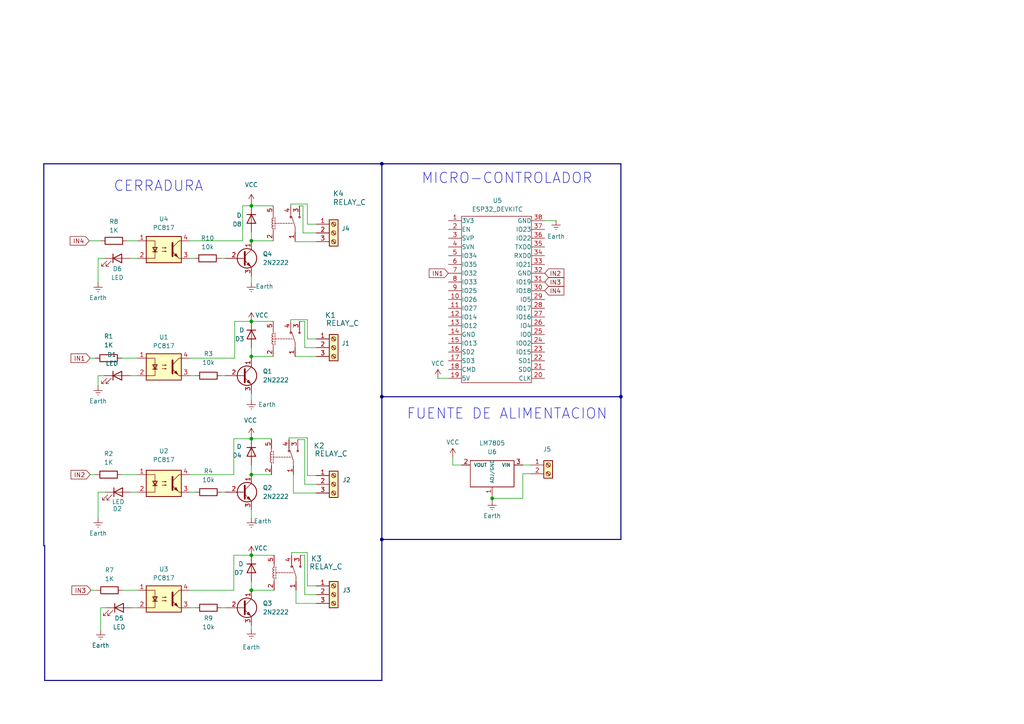
<source format=kicad_sch>
(kicad_sch
	(version 20231120)
	(generator "eeschema")
	(generator_version "8.0")
	(uuid "48a7f599-396d-42f3-996d-a28c9cd900dd")
	(paper "A4")
	(lib_symbols
		(symbol "BJT:2N2222"
			(pin_names
				(offset 0) hide)
			(exclude_from_sim no)
			(in_bom yes)
			(on_board yes)
			(property "Reference" "Q"
				(at 2.54 1.905 0)
				(effects
					(font
						(size 1.27 1.27)
					)
					(justify left)
				)
			)
			(property "Value" "2N2222"
				(at 2.54 0 0)
				(effects
					(font
						(size 1.27 1.27)
					)
					(justify left)
				)
			)
			(property "Footprint" ""
				(at 2.54 -1.905 0)
				(effects
					(font
						(size 1.27 1.27)
						(italic yes)
					)
					(justify left)
					(hide yes)
				)
			)
			(property "Datasheet" "https://www.onsemi.com/pdf/datasheet/p2n2222a-d.pdf"
				(at 2.54 -4.572 0)
				(effects
					(font
						(size 1.27 1.27)
					)
					(justify left)
					(hide yes)
				)
			)
			(property "Description" "40V Vce, 0.6A Ic, NPN, Small Signal Transistor, TO-92"
				(at 29.464 -2.286 0)
				(effects
					(font
						(size 1.27 1.27)
					)
					(hide yes)
				)
			)
			(property "ki_keywords" "NPN Transistor"
				(at 0 0 0)
				(effects
					(font
						(size 1.27 1.27)
					)
					(hide yes)
				)
			)
			(property "ki_fp_filters" "TO?92*"
				(at 0 0 0)
				(effects
					(font
						(size 1.27 1.27)
					)
					(hide yes)
				)
			)
			(symbol "2N2222_0_1"
				(circle
					(center -1.27 0)
					(radius 2.8194)
					(stroke
						(width 0.254)
						(type solid)
					)
					(fill
						(type none)
					)
				)
				(polyline
					(pts
						(xy -2.54 0) (xy -1.905 0)
					)
					(stroke
						(width 0)
						(type solid)
					)
					(fill
						(type none)
					)
				)
				(polyline
					(pts
						(xy -1.905 0.635) (xy 0 2.54)
					)
					(stroke
						(width 0)
						(type solid)
					)
					(fill
						(type none)
					)
				)
				(polyline
					(pts
						(xy -1.905 -0.635) (xy 0 -2.54) (xy 0 -2.54)
					)
					(stroke
						(width 0)
						(type solid)
					)
					(fill
						(type none)
					)
				)
				(polyline
					(pts
						(xy -1.905 1.905) (xy -1.905 -1.905) (xy -1.905 -1.905)
					)
					(stroke
						(width 0.508)
						(type solid)
					)
					(fill
						(type none)
					)
				)
				(polyline
					(pts
						(xy -1.27 -1.778) (xy -0.762 -1.27) (xy -0.254 -2.286) (xy -1.27 -1.778) (xy -1.27 -1.778)
					)
					(stroke
						(width 0)
						(type solid)
					)
					(fill
						(type outline)
					)
				)
			)
			(symbol "2N2222_1_1"
				(pin passive line
					(at 0 5.08 270)
					(length 2.54)
					(name "C"
						(effects
							(font
								(size 1.27 1.27)
							)
						)
					)
					(number "1"
						(effects
							(font
								(size 1.27 1.27)
							)
						)
					)
				)
				(pin input line
					(at -7.62 0 0)
					(length 5.08)
					(name "B"
						(effects
							(font
								(size 1.27 1.27)
							)
						)
					)
					(number "2"
						(effects
							(font
								(size 1.27 1.27)
							)
						)
					)
				)
				(pin passive line
					(at 0 -5.08 90)
					(length 2.54)
					(name "E"
						(effects
							(font
								(size 1.27 1.27)
							)
						)
					)
					(number "3"
						(effects
							(font
								(size 1.27 1.27)
							)
						)
					)
				)
			)
		)
		(symbol "Connector:Screw_Terminal_01x02"
			(pin_names
				(offset 1.016) hide)
			(exclude_from_sim no)
			(in_bom yes)
			(on_board yes)
			(property "Reference" "J"
				(at 0 2.54 0)
				(effects
					(font
						(size 1.27 1.27)
					)
				)
			)
			(property "Value" "Screw_Terminal_01x02"
				(at 0 -5.08 0)
				(effects
					(font
						(size 1.27 1.27)
					)
				)
			)
			(property "Footprint" ""
				(at 0 0 0)
				(effects
					(font
						(size 1.27 1.27)
					)
					(hide yes)
				)
			)
			(property "Datasheet" "~"
				(at 0 0 0)
				(effects
					(font
						(size 1.27 1.27)
					)
					(hide yes)
				)
			)
			(property "Description" "Generic screw terminal, single row, 01x02, script generated (kicad-library-utils/schlib/autogen/connector/)"
				(at 0 0 0)
				(effects
					(font
						(size 1.27 1.27)
					)
					(hide yes)
				)
			)
			(property "ki_keywords" "screw terminal"
				(at 0 0 0)
				(effects
					(font
						(size 1.27 1.27)
					)
					(hide yes)
				)
			)
			(property "ki_fp_filters" "TerminalBlock*:*"
				(at 0 0 0)
				(effects
					(font
						(size 1.27 1.27)
					)
					(hide yes)
				)
			)
			(symbol "Screw_Terminal_01x02_1_1"
				(rectangle
					(start -1.27 1.27)
					(end 1.27 -3.81)
					(stroke
						(width 0.254)
						(type default)
					)
					(fill
						(type background)
					)
				)
				(circle
					(center 0 -2.54)
					(radius 0.635)
					(stroke
						(width 0.1524)
						(type default)
					)
					(fill
						(type none)
					)
				)
				(polyline
					(pts
						(xy -0.5334 -2.2098) (xy 0.3302 -3.048)
					)
					(stroke
						(width 0.1524)
						(type default)
					)
					(fill
						(type none)
					)
				)
				(polyline
					(pts
						(xy -0.5334 0.3302) (xy 0.3302 -0.508)
					)
					(stroke
						(width 0.1524)
						(type default)
					)
					(fill
						(type none)
					)
				)
				(polyline
					(pts
						(xy -0.3556 -2.032) (xy 0.508 -2.8702)
					)
					(stroke
						(width 0.1524)
						(type default)
					)
					(fill
						(type none)
					)
				)
				(polyline
					(pts
						(xy -0.3556 0.508) (xy 0.508 -0.3302)
					)
					(stroke
						(width 0.1524)
						(type default)
					)
					(fill
						(type none)
					)
				)
				(circle
					(center 0 0)
					(radius 0.635)
					(stroke
						(width 0.1524)
						(type default)
					)
					(fill
						(type none)
					)
				)
				(pin passive line
					(at -5.08 0 0)
					(length 3.81)
					(name "Pin_1"
						(effects
							(font
								(size 1.27 1.27)
							)
						)
					)
					(number "1"
						(effects
							(font
								(size 1.27 1.27)
							)
						)
					)
				)
				(pin passive line
					(at -5.08 -2.54 0)
					(length 3.81)
					(name "Pin_2"
						(effects
							(font
								(size 1.27 1.27)
							)
						)
					)
					(number "2"
						(effects
							(font
								(size 1.27 1.27)
							)
						)
					)
				)
			)
		)
		(symbol "Connector:Screw_Terminal_01x03"
			(pin_names
				(offset 1.016) hide)
			(exclude_from_sim no)
			(in_bom yes)
			(on_board yes)
			(property "Reference" "J"
				(at 0 5.08 0)
				(effects
					(font
						(size 1.27 1.27)
					)
				)
			)
			(property "Value" "Screw_Terminal_01x03"
				(at 0 -5.08 0)
				(effects
					(font
						(size 1.27 1.27)
					)
				)
			)
			(property "Footprint" ""
				(at 0 0 0)
				(effects
					(font
						(size 1.27 1.27)
					)
					(hide yes)
				)
			)
			(property "Datasheet" "~"
				(at 0 0 0)
				(effects
					(font
						(size 1.27 1.27)
					)
					(hide yes)
				)
			)
			(property "Description" "Generic screw terminal, single row, 01x03, script generated (kicad-library-utils/schlib/autogen/connector/)"
				(at 0 0 0)
				(effects
					(font
						(size 1.27 1.27)
					)
					(hide yes)
				)
			)
			(property "ki_keywords" "screw terminal"
				(at 0 0 0)
				(effects
					(font
						(size 1.27 1.27)
					)
					(hide yes)
				)
			)
			(property "ki_fp_filters" "TerminalBlock*:*"
				(at 0 0 0)
				(effects
					(font
						(size 1.27 1.27)
					)
					(hide yes)
				)
			)
			(symbol "Screw_Terminal_01x03_1_1"
				(rectangle
					(start -1.27 3.81)
					(end 1.27 -3.81)
					(stroke
						(width 0.254)
						(type default)
					)
					(fill
						(type background)
					)
				)
				(circle
					(center 0 -2.54)
					(radius 0.635)
					(stroke
						(width 0.1524)
						(type default)
					)
					(fill
						(type none)
					)
				)
				(polyline
					(pts
						(xy -0.5334 -2.2098) (xy 0.3302 -3.048)
					)
					(stroke
						(width 0.1524)
						(type default)
					)
					(fill
						(type none)
					)
				)
				(polyline
					(pts
						(xy -0.5334 0.3302) (xy 0.3302 -0.508)
					)
					(stroke
						(width 0.1524)
						(type default)
					)
					(fill
						(type none)
					)
				)
				(polyline
					(pts
						(xy -0.5334 2.8702) (xy 0.3302 2.032)
					)
					(stroke
						(width 0.1524)
						(type default)
					)
					(fill
						(type none)
					)
				)
				(polyline
					(pts
						(xy -0.3556 -2.032) (xy 0.508 -2.8702)
					)
					(stroke
						(width 0.1524)
						(type default)
					)
					(fill
						(type none)
					)
				)
				(polyline
					(pts
						(xy -0.3556 0.508) (xy 0.508 -0.3302)
					)
					(stroke
						(width 0.1524)
						(type default)
					)
					(fill
						(type none)
					)
				)
				(polyline
					(pts
						(xy -0.3556 3.048) (xy 0.508 2.2098)
					)
					(stroke
						(width 0.1524)
						(type default)
					)
					(fill
						(type none)
					)
				)
				(circle
					(center 0 0)
					(radius 0.635)
					(stroke
						(width 0.1524)
						(type default)
					)
					(fill
						(type none)
					)
				)
				(circle
					(center 0 2.54)
					(radius 0.635)
					(stroke
						(width 0.1524)
						(type default)
					)
					(fill
						(type none)
					)
				)
				(pin passive line
					(at -5.08 2.54 0)
					(length 3.81)
					(name "Pin_1"
						(effects
							(font
								(size 1.27 1.27)
							)
						)
					)
					(number "1"
						(effects
							(font
								(size 1.27 1.27)
							)
						)
					)
				)
				(pin passive line
					(at -5.08 0 0)
					(length 3.81)
					(name "Pin_2"
						(effects
							(font
								(size 1.27 1.27)
							)
						)
					)
					(number "2"
						(effects
							(font
								(size 1.27 1.27)
							)
						)
					)
				)
				(pin passive line
					(at -5.08 -2.54 0)
					(length 3.81)
					(name "Pin_3"
						(effects
							(font
								(size 1.27 1.27)
							)
						)
					)
					(number "3"
						(effects
							(font
								(size 1.27 1.27)
							)
						)
					)
				)
			)
		)
		(symbol "Device:D"
			(pin_numbers hide)
			(pin_names
				(offset 1.016) hide)
			(exclude_from_sim no)
			(in_bom yes)
			(on_board yes)
			(property "Reference" "D"
				(at 0 2.54 0)
				(effects
					(font
						(size 1.27 1.27)
					)
				)
			)
			(property "Value" "D"
				(at 0 -2.54 0)
				(effects
					(font
						(size 1.27 1.27)
					)
				)
			)
			(property "Footprint" ""
				(at 0 0 0)
				(effects
					(font
						(size 1.27 1.27)
					)
					(hide yes)
				)
			)
			(property "Datasheet" "~"
				(at 0 0 0)
				(effects
					(font
						(size 1.27 1.27)
					)
					(hide yes)
				)
			)
			(property "Description" "Diode"
				(at 0 0 0)
				(effects
					(font
						(size 1.27 1.27)
					)
					(hide yes)
				)
			)
			(property "Sim.Device" "D"
				(at 0 0 0)
				(effects
					(font
						(size 1.27 1.27)
					)
					(hide yes)
				)
			)
			(property "Sim.Pins" "1=K 2=A"
				(at 0 0 0)
				(effects
					(font
						(size 1.27 1.27)
					)
					(hide yes)
				)
			)
			(property "ki_keywords" "diode"
				(at 0 0 0)
				(effects
					(font
						(size 1.27 1.27)
					)
					(hide yes)
				)
			)
			(property "ki_fp_filters" "TO-???* *_Diode_* *SingleDiode* D_*"
				(at 0 0 0)
				(effects
					(font
						(size 1.27 1.27)
					)
					(hide yes)
				)
			)
			(symbol "D_0_1"
				(polyline
					(pts
						(xy -1.27 1.27) (xy -1.27 -1.27)
					)
					(stroke
						(width 0.254)
						(type default)
					)
					(fill
						(type none)
					)
				)
				(polyline
					(pts
						(xy 1.27 0) (xy -1.27 0)
					)
					(stroke
						(width 0)
						(type default)
					)
					(fill
						(type none)
					)
				)
				(polyline
					(pts
						(xy 1.27 1.27) (xy 1.27 -1.27) (xy -1.27 0) (xy 1.27 1.27)
					)
					(stroke
						(width 0.254)
						(type default)
					)
					(fill
						(type none)
					)
				)
			)
			(symbol "D_1_1"
				(pin passive line
					(at -3.81 0 0)
					(length 2.54)
					(name "K"
						(effects
							(font
								(size 1.27 1.27)
							)
						)
					)
					(number "1"
						(effects
							(font
								(size 1.27 1.27)
							)
						)
					)
				)
				(pin passive line
					(at 3.81 0 180)
					(length 2.54)
					(name "A"
						(effects
							(font
								(size 1.27 1.27)
							)
						)
					)
					(number "2"
						(effects
							(font
								(size 1.27 1.27)
							)
						)
					)
				)
			)
		)
		(symbol "Device:LED"
			(pin_numbers hide)
			(pin_names
				(offset 1.016) hide)
			(exclude_from_sim no)
			(in_bom yes)
			(on_board yes)
			(property "Reference" "D"
				(at 0 2.54 0)
				(effects
					(font
						(size 1.27 1.27)
					)
				)
			)
			(property "Value" "LED"
				(at 0 -2.54 0)
				(effects
					(font
						(size 1.27 1.27)
					)
				)
			)
			(property "Footprint" ""
				(at 0 0 0)
				(effects
					(font
						(size 1.27 1.27)
					)
					(hide yes)
				)
			)
			(property "Datasheet" "~"
				(at 0 0 0)
				(effects
					(font
						(size 1.27 1.27)
					)
					(hide yes)
				)
			)
			(property "Description" "Light emitting diode"
				(at 0 0 0)
				(effects
					(font
						(size 1.27 1.27)
					)
					(hide yes)
				)
			)
			(property "ki_keywords" "LED diode"
				(at 0 0 0)
				(effects
					(font
						(size 1.27 1.27)
					)
					(hide yes)
				)
			)
			(property "ki_fp_filters" "LED* LED_SMD:* LED_THT:*"
				(at 0 0 0)
				(effects
					(font
						(size 1.27 1.27)
					)
					(hide yes)
				)
			)
			(symbol "LED_0_1"
				(polyline
					(pts
						(xy -1.27 -1.27) (xy -1.27 1.27)
					)
					(stroke
						(width 0.254)
						(type default)
					)
					(fill
						(type none)
					)
				)
				(polyline
					(pts
						(xy -1.27 0) (xy 1.27 0)
					)
					(stroke
						(width 0)
						(type default)
					)
					(fill
						(type none)
					)
				)
				(polyline
					(pts
						(xy 1.27 -1.27) (xy 1.27 1.27) (xy -1.27 0) (xy 1.27 -1.27)
					)
					(stroke
						(width 0.254)
						(type default)
					)
					(fill
						(type none)
					)
				)
				(polyline
					(pts
						(xy -3.048 -0.762) (xy -4.572 -2.286) (xy -3.81 -2.286) (xy -4.572 -2.286) (xy -4.572 -1.524)
					)
					(stroke
						(width 0)
						(type default)
					)
					(fill
						(type none)
					)
				)
				(polyline
					(pts
						(xy -1.778 -0.762) (xy -3.302 -2.286) (xy -2.54 -2.286) (xy -3.302 -2.286) (xy -3.302 -1.524)
					)
					(stroke
						(width 0)
						(type default)
					)
					(fill
						(type none)
					)
				)
			)
			(symbol "LED_1_1"
				(pin passive line
					(at -3.81 0 0)
					(length 2.54)
					(name "K"
						(effects
							(font
								(size 1.27 1.27)
							)
						)
					)
					(number "1"
						(effects
							(font
								(size 1.27 1.27)
							)
						)
					)
				)
				(pin passive line
					(at 3.81 0 180)
					(length 2.54)
					(name "A"
						(effects
							(font
								(size 1.27 1.27)
							)
						)
					)
					(number "2"
						(effects
							(font
								(size 1.27 1.27)
							)
						)
					)
				)
			)
		)
		(symbol "Device:R"
			(pin_numbers hide)
			(pin_names
				(offset 0)
			)
			(exclude_from_sim no)
			(in_bom yes)
			(on_board yes)
			(property "Reference" "R"
				(at 2.032 0 90)
				(effects
					(font
						(size 1.27 1.27)
					)
				)
			)
			(property "Value" "R"
				(at 0 0 90)
				(effects
					(font
						(size 1.27 1.27)
					)
				)
			)
			(property "Footprint" ""
				(at -1.778 0 90)
				(effects
					(font
						(size 1.27 1.27)
					)
					(hide yes)
				)
			)
			(property "Datasheet" "~"
				(at 0 0 0)
				(effects
					(font
						(size 1.27 1.27)
					)
					(hide yes)
				)
			)
			(property "Description" "Resistor"
				(at 0 0 0)
				(effects
					(font
						(size 1.27 1.27)
					)
					(hide yes)
				)
			)
			(property "ki_keywords" "R res resistor"
				(at 0 0 0)
				(effects
					(font
						(size 1.27 1.27)
					)
					(hide yes)
				)
			)
			(property "ki_fp_filters" "R_*"
				(at 0 0 0)
				(effects
					(font
						(size 1.27 1.27)
					)
					(hide yes)
				)
			)
			(symbol "R_0_1"
				(rectangle
					(start -1.016 -2.54)
					(end 1.016 2.54)
					(stroke
						(width 0.254)
						(type default)
					)
					(fill
						(type none)
					)
				)
			)
			(symbol "R_1_1"
				(pin passive line
					(at 0 3.81 270)
					(length 1.27)
					(name "~"
						(effects
							(font
								(size 1.27 1.27)
							)
						)
					)
					(number "1"
						(effects
							(font
								(size 1.27 1.27)
							)
						)
					)
				)
				(pin passive line
					(at 0 -3.81 90)
					(length 1.27)
					(name "~"
						(effects
							(font
								(size 1.27 1.27)
							)
						)
					)
					(number "2"
						(effects
							(font
								(size 1.27 1.27)
							)
						)
					)
				)
			)
		)
		(symbol "EESTN5:ESP32_DEVKITC"
			(pin_names
				(offset 0.0254)
			)
			(exclude_from_sim no)
			(in_bom yes)
			(on_board yes)
			(property "Reference" "U"
				(at 0 25.4 0)
				(effects
					(font
						(size 1.27 1.27)
					)
				)
			)
			(property "Value" "ESP32_DEVKITC"
				(at 0 -25.4 0)
				(effects
					(font
						(size 1.27 1.27)
					)
				)
			)
			(property "Footprint" ""
				(at -7.62 -25.4 0)
				(effects
					(font
						(size 1.27 1.27)
					)
					(hide yes)
				)
			)
			(property "Datasheet" ""
				(at -7.62 -25.4 0)
				(effects
					(font
						(size 1.27 1.27)
					)
					(hide yes)
				)
			)
			(property "Description" "ESP32-DEVKITC"
				(at 0 0 0)
				(effects
					(font
						(size 1.27 1.27)
					)
					(hide yes)
				)
			)
			(property "ki_fp_filters" "ESP32*"
				(at 0 0 0)
				(effects
					(font
						(size 1.27 1.27)
					)
					(hide yes)
				)
			)
			(symbol "ESP32_DEVKITC_0_1"
				(rectangle
					(start -10.16 24.13)
					(end 10.16 -24.13)
					(stroke
						(width 0)
						(type solid)
					)
					(fill
						(type none)
					)
				)
			)
			(symbol "ESP32_DEVKITC_1_1"
				(pin passive line
					(at -13.97 22.86 0)
					(length 3.81)
					(name "3V3"
						(effects
							(font
								(size 1.27 1.27)
							)
						)
					)
					(number "1"
						(effects
							(font
								(size 1.27 1.27)
							)
						)
					)
				)
				(pin passive line
					(at -13.97 0 0)
					(length 3.81)
					(name "IO26"
						(effects
							(font
								(size 1.27 1.27)
							)
						)
					)
					(number "10"
						(effects
							(font
								(size 1.27 1.27)
							)
						)
					)
				)
				(pin passive line
					(at -13.97 -2.54 0)
					(length 3.81)
					(name "IO27"
						(effects
							(font
								(size 1.27 1.27)
							)
						)
					)
					(number "11"
						(effects
							(font
								(size 1.27 1.27)
							)
						)
					)
				)
				(pin passive line
					(at -13.97 -5.08 0)
					(length 3.81)
					(name "IO14"
						(effects
							(font
								(size 1.27 1.27)
							)
						)
					)
					(number "12"
						(effects
							(font
								(size 1.27 1.27)
							)
						)
					)
				)
				(pin passive line
					(at -13.97 -7.62 0)
					(length 3.81)
					(name "IO12"
						(effects
							(font
								(size 1.27 1.27)
							)
						)
					)
					(number "13"
						(effects
							(font
								(size 1.27 1.27)
							)
						)
					)
				)
				(pin passive line
					(at -13.97 -10.16 0)
					(length 3.81)
					(name "GND"
						(effects
							(font
								(size 1.27 1.27)
							)
						)
					)
					(number "14"
						(effects
							(font
								(size 1.27 1.27)
							)
						)
					)
				)
				(pin passive line
					(at -13.97 -12.7 0)
					(length 3.81)
					(name "IO13"
						(effects
							(font
								(size 1.27 1.27)
							)
						)
					)
					(number "15"
						(effects
							(font
								(size 1.27 1.27)
							)
						)
					)
				)
				(pin passive line
					(at -13.97 -15.24 0)
					(length 3.81)
					(name "SD2"
						(effects
							(font
								(size 1.27 1.27)
							)
						)
					)
					(number "16"
						(effects
							(font
								(size 1.27 1.27)
							)
						)
					)
				)
				(pin passive line
					(at -13.97 -17.78 0)
					(length 3.81)
					(name "SD3"
						(effects
							(font
								(size 1.27 1.27)
							)
						)
					)
					(number "17"
						(effects
							(font
								(size 1.27 1.27)
							)
						)
					)
				)
				(pin passive line
					(at -13.97 -20.32 0)
					(length 3.81)
					(name "CMD"
						(effects
							(font
								(size 1.27 1.27)
							)
						)
					)
					(number "18"
						(effects
							(font
								(size 1.27 1.27)
							)
						)
					)
				)
				(pin passive line
					(at -13.97 -22.86 0)
					(length 3.81)
					(name "5V"
						(effects
							(font
								(size 1.27 1.27)
							)
						)
					)
					(number "19"
						(effects
							(font
								(size 1.27 1.27)
							)
						)
					)
				)
				(pin passive line
					(at -13.97 20.32 0)
					(length 3.81)
					(name "EN"
						(effects
							(font
								(size 1.27 1.27)
							)
						)
					)
					(number "2"
						(effects
							(font
								(size 1.27 1.27)
							)
						)
					)
				)
				(pin passive line
					(at 13.97 -22.86 180)
					(length 3.81)
					(name "CLK"
						(effects
							(font
								(size 1.27 1.27)
							)
						)
					)
					(number "20"
						(effects
							(font
								(size 1.27 1.27)
							)
						)
					)
				)
				(pin passive line
					(at 13.97 -20.32 180)
					(length 3.81)
					(name "SD0"
						(effects
							(font
								(size 1.27 1.27)
							)
						)
					)
					(number "21"
						(effects
							(font
								(size 1.27 1.27)
							)
						)
					)
				)
				(pin passive line
					(at 13.97 -17.78 180)
					(length 3.81)
					(name "SD1"
						(effects
							(font
								(size 1.27 1.27)
							)
						)
					)
					(number "22"
						(effects
							(font
								(size 1.27 1.27)
							)
						)
					)
				)
				(pin passive line
					(at 13.97 -15.24 180)
					(length 3.81)
					(name "IO15"
						(effects
							(font
								(size 1.27 1.27)
							)
						)
					)
					(number "23"
						(effects
							(font
								(size 1.27 1.27)
							)
						)
					)
				)
				(pin passive line
					(at 13.97 -12.7 180)
					(length 3.81)
					(name "IO02"
						(effects
							(font
								(size 1.27 1.27)
							)
						)
					)
					(number "24"
						(effects
							(font
								(size 1.27 1.27)
							)
						)
					)
				)
				(pin passive line
					(at 13.97 -10.16 180)
					(length 3.81)
					(name "IO0"
						(effects
							(font
								(size 1.27 1.27)
							)
						)
					)
					(number "25"
						(effects
							(font
								(size 1.27 1.27)
							)
						)
					)
				)
				(pin passive line
					(at 13.97 -7.62 180)
					(length 3.81)
					(name "IO4"
						(effects
							(font
								(size 1.27 1.27)
							)
						)
					)
					(number "26"
						(effects
							(font
								(size 1.27 1.27)
							)
						)
					)
				)
				(pin passive line
					(at 13.97 -5.08 180)
					(length 3.81)
					(name "IO16"
						(effects
							(font
								(size 1.27 1.27)
							)
						)
					)
					(number "27"
						(effects
							(font
								(size 1.27 1.27)
							)
						)
					)
				)
				(pin passive line
					(at 13.97 -2.54 180)
					(length 3.81)
					(name "IO17"
						(effects
							(font
								(size 1.27 1.27)
							)
						)
					)
					(number "28"
						(effects
							(font
								(size 1.27 1.27)
							)
						)
					)
				)
				(pin passive line
					(at 13.97 0 180)
					(length 3.81)
					(name "IO5"
						(effects
							(font
								(size 1.27 1.27)
							)
						)
					)
					(number "29"
						(effects
							(font
								(size 1.27 1.27)
							)
						)
					)
				)
				(pin passive line
					(at -13.97 17.78 0)
					(length 3.81)
					(name "SVP"
						(effects
							(font
								(size 1.27 1.27)
							)
						)
					)
					(number "3"
						(effects
							(font
								(size 1.27 1.27)
							)
						)
					)
				)
				(pin passive line
					(at 13.97 2.54 180)
					(length 3.81)
					(name "IO18"
						(effects
							(font
								(size 1.27 1.27)
							)
						)
					)
					(number "30"
						(effects
							(font
								(size 1.27 1.27)
							)
						)
					)
				)
				(pin passive line
					(at 13.97 5.08 180)
					(length 3.81)
					(name "IO19"
						(effects
							(font
								(size 1.27 1.27)
							)
						)
					)
					(number "31"
						(effects
							(font
								(size 1.27 1.27)
							)
						)
					)
				)
				(pin passive line
					(at 13.97 7.62 180)
					(length 3.81)
					(name "GND"
						(effects
							(font
								(size 1.27 1.27)
							)
						)
					)
					(number "32"
						(effects
							(font
								(size 1.27 1.27)
							)
						)
					)
				)
				(pin passive line
					(at 13.97 10.16 180)
					(length 3.81)
					(name "IO21"
						(effects
							(font
								(size 1.27 1.27)
							)
						)
					)
					(number "33"
						(effects
							(font
								(size 1.27 1.27)
							)
						)
					)
				)
				(pin passive line
					(at 13.97 12.7 180)
					(length 3.81)
					(name "RXD0"
						(effects
							(font
								(size 1.27 1.27)
							)
						)
					)
					(number "34"
						(effects
							(font
								(size 1.27 1.27)
							)
						)
					)
				)
				(pin passive line
					(at 13.97 15.24 180)
					(length 3.81)
					(name "TXD0"
						(effects
							(font
								(size 1.27 1.27)
							)
						)
					)
					(number "35"
						(effects
							(font
								(size 1.27 1.27)
							)
						)
					)
				)
				(pin passive line
					(at 13.97 17.78 180)
					(length 3.81)
					(name "IO22"
						(effects
							(font
								(size 1.27 1.27)
							)
						)
					)
					(number "36"
						(effects
							(font
								(size 1.27 1.27)
							)
						)
					)
				)
				(pin passive line
					(at 13.97 20.32 180)
					(length 3.81)
					(name "IO23"
						(effects
							(font
								(size 1.27 1.27)
							)
						)
					)
					(number "37"
						(effects
							(font
								(size 1.27 1.27)
							)
						)
					)
				)
				(pin passive line
					(at 13.97 22.86 180)
					(length 3.81)
					(name "GND"
						(effects
							(font
								(size 1.27 1.27)
							)
						)
					)
					(number "38"
						(effects
							(font
								(size 1.27 1.27)
							)
						)
					)
				)
				(pin passive line
					(at -13.97 15.24 0)
					(length 3.81)
					(name "SVN"
						(effects
							(font
								(size 1.27 1.27)
							)
						)
					)
					(number "4"
						(effects
							(font
								(size 1.27 1.27)
							)
						)
					)
				)
				(pin passive line
					(at -13.97 12.7 0)
					(length 3.81)
					(name "IO34"
						(effects
							(font
								(size 1.27 1.27)
							)
						)
					)
					(number "5"
						(effects
							(font
								(size 1.27 1.27)
							)
						)
					)
				)
				(pin passive line
					(at -13.97 10.16 0)
					(length 3.81)
					(name "IO35"
						(effects
							(font
								(size 1.27 1.27)
							)
						)
					)
					(number "6"
						(effects
							(font
								(size 1.27 1.27)
							)
						)
					)
				)
				(pin passive line
					(at -13.97 7.62 0)
					(length 3.81)
					(name "IO32"
						(effects
							(font
								(size 1.27 1.27)
							)
						)
					)
					(number "7"
						(effects
							(font
								(size 1.27 1.27)
							)
						)
					)
				)
				(pin passive line
					(at -13.97 5.08 0)
					(length 3.81)
					(name "IO33"
						(effects
							(font
								(size 1.27 1.27)
							)
						)
					)
					(number "8"
						(effects
							(font
								(size 1.27 1.27)
							)
						)
					)
				)
				(pin passive line
					(at -13.97 2.54 0)
					(length 3.81)
					(name "IO25"
						(effects
							(font
								(size 1.27 1.27)
							)
						)
					)
					(number "9"
						(effects
							(font
								(size 1.27 1.27)
							)
						)
					)
				)
			)
		)
		(symbol "EESTN5:RELAY_C"
			(pin_names
				(offset 1.016)
			)
			(exclude_from_sim no)
			(in_bom yes)
			(on_board yes)
			(property "Reference" "K"
				(at 0 6.35 0)
				(effects
					(font
						(size 1.524 1.524)
					)
				)
			)
			(property "Value" "RELAY_C"
				(at 0 -5.969 0)
				(effects
					(font
						(size 1.524 1.524)
					)
				)
			)
			(property "Footprint" ""
				(at 0 0 0)
				(effects
					(font
						(size 1.524 1.524)
					)
				)
			)
			(property "Datasheet" ""
				(at 0 0 0)
				(effects
					(font
						(size 1.524 1.524)
					)
				)
			)
			(property "Description" ""
				(at 0 0 0)
				(effects
					(font
						(size 1.27 1.27)
					)
					(hide yes)
				)
			)
			(property "ki_fp_filters" "REL*"
				(at 0 0 0)
				(effects
					(font
						(size 1.27 1.27)
					)
					(hide yes)
				)
			)
			(symbol "RELAY_C_0_1"
				(arc
					(start -0.762 3.81)
					(mid -1.143 4.191)
					(end -1.524 3.81)
					(stroke
						(width 0)
						(type solid)
					)
					(fill
						(type none)
					)
				)
				(polyline
					(pts
						(xy -1.778 3.302) (xy -1.27 3.302) (xy -1.27 3.302)
					)
					(stroke
						(width 0)
						(type solid)
					)
					(fill
						(type none)
					)
				)
				(polyline
					(pts
						(xy -1.524 -2.54) (xy -2.54 -2.54) (xy -2.54 -2.54)
					)
					(stroke
						(width 0)
						(type solid)
					)
					(fill
						(type none)
					)
				)
				(polyline
					(pts
						(xy -1.524 3.81) (xy -2.54 3.81) (xy -2.54 3.81)
					)
					(stroke
						(width 0)
						(type solid)
					)
					(fill
						(type none)
					)
				)
				(polyline
					(pts
						(xy -1.016 3.302) (xy -0.508 3.302) (xy -0.508 3.302)
					)
					(stroke
						(width 0)
						(type solid)
					)
					(fill
						(type none)
					)
				)
				(polyline
					(pts
						(xy -0.254 3.302) (xy 0.254 3.302) (xy 0.254 3.302)
					)
					(stroke
						(width 0)
						(type solid)
					)
					(fill
						(type none)
					)
				)
				(polyline
					(pts
						(xy 0 -1.27) (xy 0 -1.778) (xy 0 -1.778)
					)
					(stroke
						(width 0)
						(type solid)
					)
					(fill
						(type none)
					)
				)
				(polyline
					(pts
						(xy 0 -0.508) (xy 0 -1.016) (xy 0 -1.016)
					)
					(stroke
						(width 0)
						(type solid)
					)
					(fill
						(type none)
					)
				)
				(polyline
					(pts
						(xy 0 0.254) (xy 0 -0.254) (xy 0 -0.254)
					)
					(stroke
						(width 0)
						(type solid)
					)
					(fill
						(type none)
					)
				)
				(polyline
					(pts
						(xy 0 1.016) (xy 0 0.508) (xy 0 0.508)
					)
					(stroke
						(width 0)
						(type solid)
					)
					(fill
						(type none)
					)
				)
				(polyline
					(pts
						(xy 0 1.778) (xy 0 1.27) (xy 0 1.27)
					)
					(stroke
						(width 0)
						(type solid)
					)
					(fill
						(type none)
					)
				)
				(polyline
					(pts
						(xy 0 2.54) (xy 0 2.032) (xy 0 2.032)
					)
					(stroke
						(width 0)
						(type solid)
					)
					(fill
						(type none)
					)
				)
				(polyline
					(pts
						(xy 0 3.302) (xy 0 2.794) (xy 0 2.794)
					)
					(stroke
						(width 0)
						(type solid)
					)
					(fill
						(type none)
					)
				)
				(polyline
					(pts
						(xy 0.508 3.302) (xy 1.016 3.302) (xy 1.016 3.302)
					)
					(stroke
						(width 0)
						(type solid)
					)
					(fill
						(type none)
					)
				)
				(polyline
					(pts
						(xy 1.27 3.302) (xy 1.778 3.302) (xy 1.778 3.302)
					)
					(stroke
						(width 0)
						(type solid)
					)
					(fill
						(type none)
					)
				)
				(polyline
					(pts
						(xy 1.524 3.81) (xy 2.54 3.81) (xy 2.54 3.81)
					)
					(stroke
						(width 0)
						(type solid)
					)
					(fill
						(type none)
					)
				)
				(polyline
					(pts
						(xy 2.54 -3.81) (xy 1.778 -3.81) (xy 1.778 -3.81)
					)
					(stroke
						(width 0)
						(type solid)
					)
					(fill
						(type none)
					)
				)
				(polyline
					(pts
						(xy 2.54 -1.27) (xy 1.778 -1.27) (xy 1.778 -1.27)
					)
					(stroke
						(width 0)
						(type solid)
					)
					(fill
						(type none)
					)
				)
				(polyline
					(pts
						(xy -1.524 -2.54) (xy -1.016 -2.54) (xy 2.032 -1.524) (xy 2.032 -1.524)
					)
					(stroke
						(width 0)
						(type solid)
					)
					(fill
						(type none)
					)
				)
				(arc
					(start 0 3.81)
					(mid -0.381 4.191)
					(end -0.762 3.81)
					(stroke
						(width 0)
						(type solid)
					)
					(fill
						(type none)
					)
				)
				(arc
					(start 0.762 3.81)
					(mid 0.381 4.191)
					(end 0 3.81)
					(stroke
						(width 0)
						(type solid)
					)
					(fill
						(type none)
					)
				)
				(arc
					(start 1.524 3.81)
					(mid 1.143 4.191)
					(end 0.762 3.81)
					(stroke
						(width 0)
						(type solid)
					)
					(fill
						(type none)
					)
				)
				(circle
					(center 1.778 -3.81)
					(radius 0.254)
					(stroke
						(width 0)
						(type solid)
					)
					(fill
						(type none)
					)
				)
				(circle
					(center 1.778 -1.27)
					(radius 0.254)
					(stroke
						(width 0)
						(type solid)
					)
					(fill
						(type none)
					)
				)
			)
			(symbol "RELAY_C_1_1"
				(pin passive line
					(at -5.08 -2.54 0)
					(length 2.54)
					(name "~"
						(effects
							(font
								(size 1.27 1.27)
							)
						)
					)
					(number "1"
						(effects
							(font
								(size 1.27 1.27)
							)
						)
					)
				)
				(pin passive line
					(at -5.08 3.81 0)
					(length 2.54)
					(name "~"
						(effects
							(font
								(size 1.27 1.27)
							)
						)
					)
					(number "2"
						(effects
							(font
								(size 1.27 1.27)
							)
						)
					)
				)
				(pin passive line
					(at 5.08 -3.81 180)
					(length 2.54)
					(name "~"
						(effects
							(font
								(size 1.27 1.27)
							)
						)
					)
					(number "3"
						(effects
							(font
								(size 1.27 1.27)
							)
						)
					)
				)
				(pin passive line
					(at 5.08 -1.27 180)
					(length 2.54)
					(name "~"
						(effects
							(font
								(size 1.27 1.27)
							)
						)
					)
					(number "4"
						(effects
							(font
								(size 1.27 1.27)
							)
						)
					)
				)
				(pin passive line
					(at 5.08 3.81 180)
					(length 2.54)
					(name "~"
						(effects
							(font
								(size 1.27 1.27)
							)
						)
					)
					(number "5"
						(effects
							(font
								(size 1.27 1.27)
							)
						)
					)
				)
			)
		)
		(symbol "Isolator:PC817"
			(pin_names
				(offset 1.016)
			)
			(exclude_from_sim no)
			(in_bom yes)
			(on_board yes)
			(property "Reference" "U"
				(at -5.08 5.08 0)
				(effects
					(font
						(size 1.27 1.27)
					)
					(justify left)
				)
			)
			(property "Value" "PC817"
				(at 0 5.08 0)
				(effects
					(font
						(size 1.27 1.27)
					)
					(justify left)
				)
			)
			(property "Footprint" "Package_DIP:DIP-4_W7.62mm"
				(at -5.08 -5.08 0)
				(effects
					(font
						(size 1.27 1.27)
						(italic yes)
					)
					(justify left)
					(hide yes)
				)
			)
			(property "Datasheet" "http://www.soselectronic.cz/a_info/resource/d/pc817.pdf"
				(at 0 0 0)
				(effects
					(font
						(size 1.27 1.27)
					)
					(justify left)
					(hide yes)
				)
			)
			(property "Description" "DC Optocoupler, Vce 35V, CTR 50-300%, DIP-4"
				(at 0 0 0)
				(effects
					(font
						(size 1.27 1.27)
					)
					(hide yes)
				)
			)
			(property "ki_keywords" "NPN DC Optocoupler"
				(at 0 0 0)
				(effects
					(font
						(size 1.27 1.27)
					)
					(hide yes)
				)
			)
			(property "ki_fp_filters" "DIP*W7.62mm*"
				(at 0 0 0)
				(effects
					(font
						(size 1.27 1.27)
					)
					(hide yes)
				)
			)
			(symbol "PC817_0_1"
				(rectangle
					(start -5.08 3.81)
					(end 5.08 -3.81)
					(stroke
						(width 0.254)
						(type default)
					)
					(fill
						(type background)
					)
				)
				(polyline
					(pts
						(xy -3.175 -0.635) (xy -1.905 -0.635)
					)
					(stroke
						(width 0.254)
						(type default)
					)
					(fill
						(type none)
					)
				)
				(polyline
					(pts
						(xy 2.54 0.635) (xy 4.445 2.54)
					)
					(stroke
						(width 0)
						(type default)
					)
					(fill
						(type none)
					)
				)
				(polyline
					(pts
						(xy 4.445 -2.54) (xy 2.54 -0.635)
					)
					(stroke
						(width 0)
						(type default)
					)
					(fill
						(type outline)
					)
				)
				(polyline
					(pts
						(xy 4.445 -2.54) (xy 5.08 -2.54)
					)
					(stroke
						(width 0)
						(type default)
					)
					(fill
						(type none)
					)
				)
				(polyline
					(pts
						(xy 4.445 2.54) (xy 5.08 2.54)
					)
					(stroke
						(width 0)
						(type default)
					)
					(fill
						(type none)
					)
				)
				(polyline
					(pts
						(xy -5.08 2.54) (xy -2.54 2.54) (xy -2.54 -0.635)
					)
					(stroke
						(width 0)
						(type default)
					)
					(fill
						(type none)
					)
				)
				(polyline
					(pts
						(xy -2.54 -0.635) (xy -2.54 -2.54) (xy -5.08 -2.54)
					)
					(stroke
						(width 0)
						(type default)
					)
					(fill
						(type none)
					)
				)
				(polyline
					(pts
						(xy 2.54 1.905) (xy 2.54 -1.905) (xy 2.54 -1.905)
					)
					(stroke
						(width 0.508)
						(type default)
					)
					(fill
						(type none)
					)
				)
				(polyline
					(pts
						(xy -2.54 -0.635) (xy -3.175 0.635) (xy -1.905 0.635) (xy -2.54 -0.635)
					)
					(stroke
						(width 0.254)
						(type default)
					)
					(fill
						(type none)
					)
				)
				(polyline
					(pts
						(xy -0.508 -0.508) (xy 0.762 -0.508) (xy 0.381 -0.635) (xy 0.381 -0.381) (xy 0.762 -0.508)
					)
					(stroke
						(width 0)
						(type default)
					)
					(fill
						(type none)
					)
				)
				(polyline
					(pts
						(xy -0.508 0.508) (xy 0.762 0.508) (xy 0.381 0.381) (xy 0.381 0.635) (xy 0.762 0.508)
					)
					(stroke
						(width 0)
						(type default)
					)
					(fill
						(type none)
					)
				)
				(polyline
					(pts
						(xy 3.048 -1.651) (xy 3.556 -1.143) (xy 4.064 -2.159) (xy 3.048 -1.651) (xy 3.048 -1.651)
					)
					(stroke
						(width 0)
						(type default)
					)
					(fill
						(type outline)
					)
				)
			)
			(symbol "PC817_1_1"
				(pin passive line
					(at -7.62 2.54 0)
					(length 2.54)
					(name "~"
						(effects
							(font
								(size 1.27 1.27)
							)
						)
					)
					(number "1"
						(effects
							(font
								(size 1.27 1.27)
							)
						)
					)
				)
				(pin passive line
					(at -7.62 -2.54 0)
					(length 2.54)
					(name "~"
						(effects
							(font
								(size 1.27 1.27)
							)
						)
					)
					(number "2"
						(effects
							(font
								(size 1.27 1.27)
							)
						)
					)
				)
				(pin passive line
					(at 7.62 -2.54 180)
					(length 2.54)
					(name "~"
						(effects
							(font
								(size 1.27 1.27)
							)
						)
					)
					(number "3"
						(effects
							(font
								(size 1.27 1.27)
							)
						)
					)
				)
				(pin passive line
					(at 7.62 2.54 180)
					(length 2.54)
					(name "~"
						(effects
							(font
								(size 1.27 1.27)
							)
						)
					)
					(number "4"
						(effects
							(font
								(size 1.27 1.27)
							)
						)
					)
				)
			)
		)
		(symbol "MacroLib:LM78XX"
			(pin_names
				(offset 1.016)
			)
			(exclude_from_sim no)
			(in_bom yes)
			(on_board yes)
			(property "Reference" "U"
				(at 0 6.985 0)
				(effects
					(font
						(size 1.27 1.27)
					)
				)
			)
			(property "Value" "LM78XX"
				(at 0.127 5.08 0)
				(effects
					(font
						(size 1.27 1.27)
					)
				)
			)
			(property "Footprint" ""
				(at 0 8.89 0)
				(effects
					(font
						(size 1.27 1.27)
					)
					(hide yes)
				)
			)
			(property "Datasheet" ""
				(at 0 8.89 0)
				(effects
					(font
						(size 1.27 1.27)
					)
					(hide yes)
				)
			)
			(property "Description" ""
				(at 0 0 0)
				(effects
					(font
						(size 1.27 1.27)
					)
					(hide yes)
				)
			)
			(symbol "LM78XX_1_1"
				(rectangle
					(start -6.35 3.81)
					(end 6.35 -3.81)
					(stroke
						(width 0)
						(type default)
					)
					(fill
						(type none)
					)
				)
				(rectangle
					(start -6.35 3.81)
					(end 6.35 -3.81)
					(stroke
						(width 0)
						(type default)
					)
					(fill
						(type none)
					)
				)
				(pin input line
					(at 0 -6.35 90)
					(length 2.54)
					(name "ADJ/GND"
						(effects
							(font
								(size 0.9906 0.9906)
							)
						)
					)
					(number "1"
						(effects
							(font
								(size 1.27 1.27)
							)
						)
					)
				)
				(pin input line
					(at 8.89 2.54 180)
					(length 2.54)
					(name "VOUT"
						(effects
							(font
								(size 0.9906 0.9906)
							)
						)
					)
					(number "2"
						(effects
							(font
								(size 1.27 1.27)
							)
						)
					)
				)
				(pin input line
					(at 8.89 2.54 180)
					(length 2.54)
					(name "VOUT"
						(effects
							(font
								(size 0.9906 0.9906)
							)
						)
					)
					(number "2"
						(effects
							(font
								(size 1.27 1.27)
							)
						)
					)
				)
				(pin input line
					(at -8.89 2.54 0)
					(length 2.54)
					(name "VIN"
						(effects
							(font
								(size 0.9906 0.9906)
							)
						)
					)
					(number "3"
						(effects
							(font
								(size 1.27 1.27)
							)
						)
					)
				)
				(pin input line
					(at -8.89 2.54 0)
					(length 2.54)
					(name "VIN"
						(effects
							(font
								(size 0.9906 0.9906)
							)
						)
					)
					(number "3"
						(effects
							(font
								(size 1.27 1.27)
							)
						)
					)
				)
			)
		)
		(symbol "power:Earth"
			(power)
			(pin_numbers hide)
			(pin_names
				(offset 0) hide)
			(exclude_from_sim no)
			(in_bom yes)
			(on_board yes)
			(property "Reference" "#PWR"
				(at 0 -6.35 0)
				(effects
					(font
						(size 1.27 1.27)
					)
					(hide yes)
				)
			)
			(property "Value" "Earth"
				(at 0 -3.81 0)
				(effects
					(font
						(size 1.27 1.27)
					)
				)
			)
			(property "Footprint" ""
				(at 0 0 0)
				(effects
					(font
						(size 1.27 1.27)
					)
					(hide yes)
				)
			)
			(property "Datasheet" "~"
				(at 0 0 0)
				(effects
					(font
						(size 1.27 1.27)
					)
					(hide yes)
				)
			)
			(property "Description" "Power symbol creates a global label with name \"Earth\""
				(at 0 0 0)
				(effects
					(font
						(size 1.27 1.27)
					)
					(hide yes)
				)
			)
			(property "ki_keywords" "global ground gnd"
				(at 0 0 0)
				(effects
					(font
						(size 1.27 1.27)
					)
					(hide yes)
				)
			)
			(symbol "Earth_0_1"
				(polyline
					(pts
						(xy -0.635 -1.905) (xy 0.635 -1.905)
					)
					(stroke
						(width 0)
						(type default)
					)
					(fill
						(type none)
					)
				)
				(polyline
					(pts
						(xy -0.127 -2.54) (xy 0.127 -2.54)
					)
					(stroke
						(width 0)
						(type default)
					)
					(fill
						(type none)
					)
				)
				(polyline
					(pts
						(xy 0 -1.27) (xy 0 0)
					)
					(stroke
						(width 0)
						(type default)
					)
					(fill
						(type none)
					)
				)
				(polyline
					(pts
						(xy 1.27 -1.27) (xy -1.27 -1.27)
					)
					(stroke
						(width 0)
						(type default)
					)
					(fill
						(type none)
					)
				)
			)
			(symbol "Earth_1_1"
				(pin power_in line
					(at 0 0 270)
					(length 0)
					(name "~"
						(effects
							(font
								(size 1.27 1.27)
							)
						)
					)
					(number "1"
						(effects
							(font
								(size 1.27 1.27)
							)
						)
					)
				)
			)
		)
		(symbol "power:VCC"
			(power)
			(pin_numbers hide)
			(pin_names
				(offset 0) hide)
			(exclude_from_sim no)
			(in_bom yes)
			(on_board yes)
			(property "Reference" "#PWR"
				(at 0 -3.81 0)
				(effects
					(font
						(size 1.27 1.27)
					)
					(hide yes)
				)
			)
			(property "Value" "VCC"
				(at 0 3.556 0)
				(effects
					(font
						(size 1.27 1.27)
					)
				)
			)
			(property "Footprint" ""
				(at 0 0 0)
				(effects
					(font
						(size 1.27 1.27)
					)
					(hide yes)
				)
			)
			(property "Datasheet" ""
				(at 0 0 0)
				(effects
					(font
						(size 1.27 1.27)
					)
					(hide yes)
				)
			)
			(property "Description" "Power symbol creates a global label with name \"VCC\""
				(at 0 0 0)
				(effects
					(font
						(size 1.27 1.27)
					)
					(hide yes)
				)
			)
			(property "ki_keywords" "global power"
				(at 0 0 0)
				(effects
					(font
						(size 1.27 1.27)
					)
					(hide yes)
				)
			)
			(symbol "VCC_0_1"
				(polyline
					(pts
						(xy -0.762 1.27) (xy 0 2.54)
					)
					(stroke
						(width 0)
						(type default)
					)
					(fill
						(type none)
					)
				)
				(polyline
					(pts
						(xy 0 0) (xy 0 2.54)
					)
					(stroke
						(width 0)
						(type default)
					)
					(fill
						(type none)
					)
				)
				(polyline
					(pts
						(xy 0 2.54) (xy 0.762 1.27)
					)
					(stroke
						(width 0)
						(type default)
					)
					(fill
						(type none)
					)
				)
			)
			(symbol "VCC_1_1"
				(pin power_in line
					(at 0 0 90)
					(length 0)
					(name "~"
						(effects
							(font
								(size 1.27 1.27)
							)
						)
					)
					(number "1"
						(effects
							(font
								(size 1.27 1.27)
							)
						)
					)
				)
			)
		)
	)
	(junction
		(at 72.898 137.668)
		(diameter 0)
		(color 0 0 0 0)
		(uuid "2524ac31-cede-4c9b-b207-edb2edc64fac")
	)
	(junction
		(at 180.086 115.062)
		(diameter 0)
		(color 0 0 0 0)
		(uuid "25beecae-2100-4e65-adfd-87ca69b8f8f3")
	)
	(junction
		(at 72.898 171.196)
		(diameter 0)
		(color 0 0 0 0)
		(uuid "3a1cc3c0-d637-42e2-be25-c5c4acd65d3a")
	)
	(junction
		(at 72.898 93.218)
		(diameter 0)
		(color 0 0 0 0)
		(uuid "5f0b9563-ada3-4a8d-8c27-149d28d5ad9f")
	)
	(junction
		(at 72.898 69.85)
		(diameter 0)
		(color 0 0 0 0)
		(uuid "64274e18-1d21-4964-b43a-b8a65aeeb7d6")
	)
	(junction
		(at 142.748 144.526)
		(diameter 0)
		(color 0 0 0 0)
		(uuid "674c0a03-b6d7-444e-a082-a559f662829f")
	)
	(junction
		(at 72.898 161.036)
		(diameter 0)
		(color 0 0 0 0)
		(uuid "6ede45be-1130-49d2-bc43-c886c7f1f53f")
	)
	(junction
		(at 72.898 59.69)
		(diameter 0)
		(color 0 0 0 0)
		(uuid "72e05259-2e28-4555-b7e3-ca18139dbf9c")
	)
	(junction
		(at 72.898 103.378)
		(diameter 0)
		(color 0 0 0 0)
		(uuid "8362b3a3-a46c-4a88-8855-b7b7aaa1790f")
	)
	(junction
		(at 110.744 115.062)
		(diameter 0)
		(color 0 0 0 0)
		(uuid "8f2eba1b-0fd4-47ad-991e-495f59b27d3b")
	)
	(junction
		(at 110.744 156.464)
		(diameter 0)
		(color 0 0 0 0)
		(uuid "b7bf8931-38d9-4cba-997f-a67d308b0ddd")
	)
	(junction
		(at 72.898 127.254)
		(diameter 0)
		(color 0 0 0 0)
		(uuid "e3225196-18d5-4612-9755-eaabf6dfb50d")
	)
	(junction
		(at 110.744 47.498)
		(diameter 0)
		(color 0 0 0 0)
		(uuid "f8da06e3-4b12-4ffb-ad11-398b9524f950")
	)
	(wire
		(pts
			(xy 67.818 161.036) (xy 72.898 161.036)
		)
		(stroke
			(width 0)
			(type default)
		)
		(uuid "03dcac3a-3292-4dfa-8b9d-49c5147d6306")
	)
	(bus
		(pts
			(xy 110.744 47.498) (xy 110.744 115.062)
		)
		(stroke
			(width 0)
			(type default)
		)
		(uuid "04763a18-b0c9-42ab-924c-304ddf47137c")
	)
	(wire
		(pts
			(xy 28.448 108.966) (xy 30.226 108.966)
		)
		(stroke
			(width 0)
			(type default)
		)
		(uuid "04ff1132-ac48-46d0-ab45-a394ac192b92")
	)
	(wire
		(pts
			(xy 72.898 161.036) (xy 79.502 161.036)
		)
		(stroke
			(width 0)
			(type default)
		)
		(uuid "0a6db82a-28fe-4b2a-a8c5-c801f2e04ad3")
	)
	(wire
		(pts
			(xy 85.598 69.85) (xy 85.598 70.104)
		)
		(stroke
			(width 0)
			(type default)
		)
		(uuid "0bd27136-e01d-4a0b-9c26-8f7a8934e9b5")
	)
	(wire
		(pts
			(xy 91.694 143.002) (xy 85.09 143.002)
		)
		(stroke
			(width 0)
			(type default)
		)
		(uuid "0c36d80c-4a48-4a6e-a088-6b9ca7f1808f")
	)
	(wire
		(pts
			(xy 28.448 150.368) (xy 28.448 142.748)
		)
		(stroke
			(width 0)
			(type default)
		)
		(uuid "0df0cb26-5d37-45b8-89b1-36611e35d9c7")
	)
	(wire
		(pts
			(xy 67.818 127.254) (xy 72.898 127.254)
		)
		(stroke
			(width 0)
			(type default)
		)
		(uuid "10233621-a8c7-4a9d-bdc9-e67ebf95207c")
	)
	(bus
		(pts
			(xy 110.744 197.358) (xy 12.954 197.358)
		)
		(stroke
			(width 0)
			(type default)
		)
		(uuid "104f303b-97ce-46df-ae59-bd6d4e46d647")
	)
	(wire
		(pts
			(xy 28.448 74.93) (xy 28.448 82.042)
		)
		(stroke
			(width 0)
			(type default)
		)
		(uuid "11573082-8fc6-477c-a65b-af0e06e1edbc")
	)
	(wire
		(pts
			(xy 89.154 169.926) (xy 91.694 169.926)
		)
		(stroke
			(width 0)
			(type default)
		)
		(uuid "11d81252-c987-4cb4-ae3b-c5ec49013e79")
	)
	(wire
		(pts
			(xy 25.908 69.85) (xy 29.21 69.85)
		)
		(stroke
			(width 0)
			(type default)
		)
		(uuid "1296db66-017e-4c27-ba98-a1f716c2d538")
	)
	(wire
		(pts
			(xy 142.748 143.764) (xy 142.748 144.526)
		)
		(stroke
			(width 0)
			(type default)
		)
		(uuid "16cc3aea-e012-48cb-85cb-529491719f6b")
	)
	(wire
		(pts
			(xy 91.694 100.838) (xy 88.392 100.838)
		)
		(stroke
			(width 0)
			(type default)
		)
		(uuid "1720c292-4ae4-4b64-afbe-3dc7992dc0a2")
	)
	(wire
		(pts
			(xy 89.154 160.274) (xy 84.582 160.274)
		)
		(stroke
			(width 0)
			(type default)
		)
		(uuid "19d85608-f7f8-4acb-aa54-27358c0c654c")
	)
	(wire
		(pts
			(xy 64.262 142.748) (xy 65.278 142.748)
		)
		(stroke
			(width 0)
			(type default)
		)
		(uuid "1aa831d0-8c49-431d-b048-0fefa07715f5")
	)
	(wire
		(pts
			(xy 84.328 92.71) (xy 84.328 93.218)
		)
		(stroke
			(width 0)
			(type default)
		)
		(uuid "1f2218fc-7951-4dd2-87ca-060c6a07058b")
	)
	(wire
		(pts
			(xy 91.694 65.024) (xy 89.154 65.024)
		)
		(stroke
			(width 0)
			(type default)
		)
		(uuid "2091d913-3662-4523-bccf-60a13b6f66d4")
	)
	(wire
		(pts
			(xy 89.154 137.922) (xy 89.154 127)
		)
		(stroke
			(width 0)
			(type default)
		)
		(uuid "217499b8-52b1-445a-b01f-021fb631c175")
	)
	(wire
		(pts
			(xy 72.898 80.01) (xy 72.898 82.042)
		)
		(stroke
			(width 0)
			(type default)
		)
		(uuid "219fdfaf-f030-41b5-b1ec-a8bb42c2d2cb")
	)
	(wire
		(pts
			(xy 26.162 103.886) (xy 27.686 103.886)
		)
		(stroke
			(width 0)
			(type default)
		)
		(uuid "24f149cf-506b-4543-930f-8cdc6f89f492")
	)
	(wire
		(pts
			(xy 89.154 98.298) (xy 89.154 92.71)
		)
		(stroke
			(width 0)
			(type default)
		)
		(uuid "25684ddf-ac3b-43c2-bc2c-09056fb3b5fb")
	)
	(wire
		(pts
			(xy 67.818 137.668) (xy 67.818 127.254)
		)
		(stroke
			(width 0)
			(type default)
		)
		(uuid "26d921af-ccf3-45b6-bed1-32a3ff3c3ac8")
	)
	(wire
		(pts
			(xy 38.1 142.748) (xy 39.878 142.748)
		)
		(stroke
			(width 0)
			(type default)
		)
		(uuid "2f3768c3-bc94-4352-b1d1-4c822571ce51")
	)
	(wire
		(pts
			(xy 84.328 59.182) (xy 84.328 59.69)
		)
		(stroke
			(width 0)
			(type default)
		)
		(uuid "3022f90a-63d1-43b6-bc4e-d35f6dc3b4cc")
	)
	(bus
		(pts
			(xy 180.086 115.062) (xy 180.086 156.464)
		)
		(stroke
			(width 0)
			(type default)
		)
		(uuid "323bd3c7-6393-4fda-81d5-d4cd1e3ecad3")
	)
	(bus
		(pts
			(xy 180.086 47.498) (xy 180.086 115.062)
		)
		(stroke
			(width 0)
			(type default)
		)
		(uuid "39f68f7d-1eea-4a07-8c28-c5d1440cd256")
	)
	(wire
		(pts
			(xy 88.392 93.218) (xy 86.868 93.218)
		)
		(stroke
			(width 0)
			(type default)
		)
		(uuid "3a4da7d7-97d3-4937-a2cd-cc918bbb03cf")
	)
	(wire
		(pts
			(xy 37.846 74.93) (xy 39.878 74.93)
		)
		(stroke
			(width 0)
			(type default)
		)
		(uuid "3c4f0b98-d641-41c5-a7a9-a18c980dafe3")
	)
	(wire
		(pts
			(xy 30.734 176.276) (xy 29.21 176.276)
		)
		(stroke
			(width 0)
			(type default)
		)
		(uuid "40a82b64-eb3a-441b-9ed1-25f1913a2f73")
	)
	(wire
		(pts
			(xy 87.884 67.564) (xy 87.884 59.69)
		)
		(stroke
			(width 0)
			(type default)
		)
		(uuid "41757271-7013-4bd4-a752-c2eb3db0e39a")
	)
	(wire
		(pts
			(xy 78.74 127.254) (xy 72.898 127.254)
		)
		(stroke
			(width 0)
			(type default)
		)
		(uuid "4398753c-0ff4-45c6-91b6-9619fdd6f23d")
	)
	(wire
		(pts
			(xy 37.846 108.966) (xy 39.878 108.966)
		)
		(stroke
			(width 0)
			(type default)
		)
		(uuid "443bd059-751b-46c5-af7b-e770b53c6502")
	)
	(wire
		(pts
			(xy 133.858 134.874) (xy 131.318 134.874)
		)
		(stroke
			(width 0)
			(type default)
		)
		(uuid "44f722c8-9eda-46c1-a624-4fa2b2d34c8d")
	)
	(wire
		(pts
			(xy 151.638 144.526) (xy 142.748 144.526)
		)
		(stroke
			(width 0)
			(type default)
		)
		(uuid "462d7a57-ec16-4a57-bbb9-56d1fffe331f")
	)
	(wire
		(pts
			(xy 85.852 175.006) (xy 91.694 175.006)
		)
		(stroke
			(width 0)
			(type default)
		)
		(uuid "481c778b-a074-4c19-8b3f-928bd010009b")
	)
	(wire
		(pts
			(xy 151.638 134.874) (xy 153.924 134.874)
		)
		(stroke
			(width 0)
			(type default)
		)
		(uuid "48fa2165-5e57-427f-8e6f-204f813e9324")
	)
	(wire
		(pts
			(xy 72.898 147.828) (xy 72.898 150.368)
		)
		(stroke
			(width 0)
			(type default)
		)
		(uuid "4bcc8fff-7506-408f-acc7-91f847c2abf3")
	)
	(wire
		(pts
			(xy 131.318 134.874) (xy 131.318 132.588)
		)
		(stroke
			(width 0)
			(type default)
		)
		(uuid "54d1e7dc-7165-4da2-a08f-8d41d7ca723f")
	)
	(wire
		(pts
			(xy 72.898 134.874) (xy 72.898 137.668)
		)
		(stroke
			(width 0)
			(type default)
		)
		(uuid "575ca554-1546-4183-a98b-625b39f18b6b")
	)
	(wire
		(pts
			(xy 78.74 127.508) (xy 78.74 127.254)
		)
		(stroke
			(width 0)
			(type default)
		)
		(uuid "5839b679-5dd5-4321-8bd0-ea4ad4f40667")
	)
	(wire
		(pts
			(xy 89.154 65.024) (xy 89.154 59.182)
		)
		(stroke
			(width 0)
			(type default)
		)
		(uuid "58425c9f-5dd3-471c-b762-f50800e5e973")
	)
	(bus
		(pts
			(xy 110.744 47.498) (xy 180.086 47.498)
		)
		(stroke
			(width 0)
			(type default)
		)
		(uuid "5a06abc4-7bd4-4de5-91b2-6048836802bf")
	)
	(wire
		(pts
			(xy 72.898 114.046) (xy 72.898 116.078)
		)
		(stroke
			(width 0)
			(type default)
		)
		(uuid "5a7d1802-85d2-42c4-a85b-72c47810f238")
	)
	(wire
		(pts
			(xy 151.638 137.414) (xy 153.924 137.414)
		)
		(stroke
			(width 0)
			(type default)
		)
		(uuid "5e7e8f4f-d3f9-498e-aedc-472edf32fb91")
	)
	(wire
		(pts
			(xy 55.118 171.196) (xy 67.818 171.196)
		)
		(stroke
			(width 0)
			(type default)
		)
		(uuid "5f8847a5-80ab-41f6-aadb-794374ece113")
	)
	(wire
		(pts
			(xy 72.898 171.196) (xy 79.502 171.196)
		)
		(stroke
			(width 0)
			(type default)
		)
		(uuid "60800732-9c98-429a-95fb-7bdfec79ba37")
	)
	(wire
		(pts
			(xy 26.416 171.196) (xy 27.94 171.196)
		)
		(stroke
			(width 0)
			(type default)
		)
		(uuid "674adffa-325c-4280-b00a-e6dcbf7e99c4")
	)
	(wire
		(pts
			(xy 64.008 74.93) (xy 65.278 74.93)
		)
		(stroke
			(width 0)
			(type default)
		)
		(uuid "68713eb8-70b1-4ad5-8cd8-e5025aa21cbb")
	)
	(wire
		(pts
			(xy 142.748 144.526) (xy 142.748 145.288)
		)
		(stroke
			(width 0)
			(type default)
		)
		(uuid "69927aa7-1170-4a5b-9b93-bd0ccf10ccec")
	)
	(wire
		(pts
			(xy 55.118 74.93) (xy 56.388 74.93)
		)
		(stroke
			(width 0)
			(type default)
		)
		(uuid "6d02b54a-4328-4089-aa4e-645c45dc810f")
	)
	(wire
		(pts
			(xy 55.118 176.276) (xy 56.642 176.276)
		)
		(stroke
			(width 0)
			(type default)
		)
		(uuid "6f46fd05-91a6-4360-b4a2-eadb3235f3da")
	)
	(wire
		(pts
			(xy 72.898 67.31) (xy 72.898 69.85)
		)
		(stroke
			(width 0)
			(type default)
		)
		(uuid "7134c5c1-3913-4482-b212-6b503a3aba33")
	)
	(wire
		(pts
			(xy 89.154 160.274) (xy 89.154 169.926)
		)
		(stroke
			(width 0)
			(type default)
		)
		(uuid "74b3b248-5c23-407b-a4d4-7ef122eb92f7")
	)
	(wire
		(pts
			(xy 72.898 103.378) (xy 72.898 103.886)
		)
		(stroke
			(width 0)
			(type default)
		)
		(uuid "76b8c9c8-ec01-475f-8a72-2629eef45e88")
	)
	(wire
		(pts
			(xy 68.072 93.218) (xy 72.898 93.218)
		)
		(stroke
			(width 0)
			(type default)
		)
		(uuid "77238ae6-28af-478c-974d-c721509f066f")
	)
	(wire
		(pts
			(xy 85.09 143.002) (xy 85.09 137.668)
		)
		(stroke
			(width 0)
			(type default)
		)
		(uuid "772dbfc0-95fd-4c74-9fe1-0c156f61e1d5")
	)
	(wire
		(pts
			(xy 72.898 126.746) (xy 72.898 127.254)
		)
		(stroke
			(width 0)
			(type default)
		)
		(uuid "7df0118d-877f-43c2-b655-d4f909834883")
	)
	(wire
		(pts
			(xy 72.898 100.838) (xy 72.898 103.378)
		)
		(stroke
			(width 0)
			(type default)
		)
		(uuid "841c7001-4bbf-44c4-8b36-4f3dea83acb6")
	)
	(wire
		(pts
			(xy 85.598 70.104) (xy 91.694 70.104)
		)
		(stroke
			(width 0)
			(type default)
		)
		(uuid "84cfe4c1-8864-44df-8d2c-9bf33f0bf543")
	)
	(wire
		(pts
			(xy 64.262 108.966) (xy 65.278 108.966)
		)
		(stroke
			(width 0)
			(type default)
		)
		(uuid "84e5ed25-dad4-4b94-bca2-0ef0e0bf1f62")
	)
	(wire
		(pts
			(xy 88.392 172.466) (xy 91.694 172.466)
		)
		(stroke
			(width 0)
			(type default)
		)
		(uuid "8528c20f-23c0-4e30-b2aa-6ff9e56ca3e7")
	)
	(wire
		(pts
			(xy 85.852 171.196) (xy 85.852 175.006)
		)
		(stroke
			(width 0)
			(type default)
		)
		(uuid "85970d54-b44d-420c-a3b5-1e293895b8ac")
	)
	(wire
		(pts
			(xy 84.582 160.274) (xy 84.582 161.036)
		)
		(stroke
			(width 0)
			(type default)
		)
		(uuid "85f0521c-0f40-4cfe-ac3f-09b3fa268839")
	)
	(wire
		(pts
			(xy 89.154 59.182) (xy 84.328 59.182)
		)
		(stroke
			(width 0)
			(type default)
		)
		(uuid "8949477a-a75c-4bb3-8824-17cdee936140")
	)
	(bus
		(pts
			(xy 180.086 115.062) (xy 110.744 115.062)
		)
		(stroke
			(width 0)
			(type default)
		)
		(uuid "8a19ce08-161b-48f1-883f-0d7954758540")
	)
	(wire
		(pts
			(xy 70.358 69.85) (xy 70.358 59.69)
		)
		(stroke
			(width 0)
			(type default)
		)
		(uuid "8c07d244-0a87-4dc6-b3a8-795e52b3fb51")
	)
	(wire
		(pts
			(xy 88.392 100.838) (xy 88.392 93.218)
		)
		(stroke
			(width 0)
			(type default)
		)
		(uuid "8e43a4dc-c58f-4473-b50a-290bced3ea1e")
	)
	(wire
		(pts
			(xy 28.448 142.748) (xy 30.48 142.748)
		)
		(stroke
			(width 0)
			(type default)
		)
		(uuid "8fa965f0-023d-4197-9867-3ac380c65444")
	)
	(wire
		(pts
			(xy 30.226 74.93) (xy 28.448 74.93)
		)
		(stroke
			(width 0)
			(type default)
		)
		(uuid "9147d108-5c95-400e-8c1d-dbaeaf2c012d")
	)
	(wire
		(pts
			(xy 26.162 137.668) (xy 27.686 137.668)
		)
		(stroke
			(width 0)
			(type default)
		)
		(uuid "9378edf6-d27b-40ee-b5e9-1edff2326101")
	)
	(wire
		(pts
			(xy 72.898 103.378) (xy 79.248 103.378)
		)
		(stroke
			(width 0)
			(type default)
		)
		(uuid "940046d3-aa92-4e3e-ba09-4a927d1fa445")
	)
	(wire
		(pts
			(xy 88.392 127.508) (xy 86.36 127.508)
		)
		(stroke
			(width 0)
			(type default)
		)
		(uuid "9706e866-6646-45d0-8c83-967af68b1fd9")
	)
	(wire
		(pts
			(xy 161.29 64.008) (xy 157.988 64.008)
		)
		(stroke
			(width 0)
			(type default)
		)
		(uuid "98bbb2e4-c4c0-4d4e-b96b-a6c250a935dc")
	)
	(wire
		(pts
			(xy 36.83 69.85) (xy 39.878 69.85)
		)
		(stroke
			(width 0)
			(type default)
		)
		(uuid "99e4614b-6627-4bed-8a87-76805c2cc9ec")
	)
	(wire
		(pts
			(xy 85.598 103.378) (xy 91.694 103.378)
		)
		(stroke
			(width 0)
			(type default)
		)
		(uuid "9ada7419-2358-412a-8ff2-67283bb5f2bf")
	)
	(wire
		(pts
			(xy 89.154 92.71) (xy 84.328 92.71)
		)
		(stroke
			(width 0)
			(type default)
		)
		(uuid "9bcbd0ff-86c4-41fa-bd82-e5454b507f22")
	)
	(wire
		(pts
			(xy 87.884 59.69) (xy 86.868 59.69)
		)
		(stroke
			(width 0)
			(type default)
		)
		(uuid "9f07b833-ba87-4bdf-a9cc-c71ff454694f")
	)
	(bus
		(pts
			(xy 12.7 47.498) (xy 12.7 158.242)
		)
		(stroke
			(width 0)
			(type default)
		)
		(uuid "a2b62c17-0a3e-407e-ac91-c7b648d1a110")
	)
	(wire
		(pts
			(xy 127 109.728) (xy 130.048 109.728)
		)
		(stroke
			(width 0)
			(type default)
		)
		(uuid "a75a7724-e10c-4145-95f2-e16106ab758e")
	)
	(bus
		(pts
			(xy 12.954 158.242) (xy 12.954 197.358)
		)
		(stroke
			(width 0)
			(type default)
		)
		(uuid "a75e8a72-0919-4073-94b3-d539177a33ac")
	)
	(wire
		(pts
			(xy 55.118 69.85) (xy 70.358 69.85)
		)
		(stroke
			(width 0)
			(type default)
		)
		(uuid "ab882cf0-2324-40cf-bd8c-b7a44b4689da")
	)
	(wire
		(pts
			(xy 28.448 112.014) (xy 28.448 108.966)
		)
		(stroke
			(width 0)
			(type default)
		)
		(uuid "ad010bbb-20e9-4e0f-bcbc-c55a3c7c9ee8")
	)
	(wire
		(pts
			(xy 91.694 137.922) (xy 89.154 137.922)
		)
		(stroke
			(width 0)
			(type default)
		)
		(uuid "b0731a75-dbda-4dc5-8153-fa5d1686cc6d")
	)
	(wire
		(pts
			(xy 72.898 181.356) (xy 72.898 182.626)
		)
		(stroke
			(width 0)
			(type default)
		)
		(uuid "b5bc91b5-d4d1-42be-b686-9895769b4f43")
	)
	(wire
		(pts
			(xy 64.262 176.276) (xy 65.278 176.276)
		)
		(stroke
			(width 0)
			(type default)
		)
		(uuid "b63bc814-0e05-49ea-96fc-ab68bf225d1f")
	)
	(wire
		(pts
			(xy 35.306 137.668) (xy 39.878 137.668)
		)
		(stroke
			(width 0)
			(type default)
		)
		(uuid "be3dc542-99e8-42a1-bbe5-c93e7a74e5e9")
	)
	(wire
		(pts
			(xy 55.118 108.966) (xy 56.642 108.966)
		)
		(stroke
			(width 0)
			(type default)
		)
		(uuid "bf2f0c21-5fae-4008-af62-76dc548441ce")
	)
	(wire
		(pts
			(xy 91.694 98.298) (xy 89.154 98.298)
		)
		(stroke
			(width 0)
			(type default)
		)
		(uuid "bf7f676a-c942-4d4e-9904-e4a938d41554")
	)
	(wire
		(pts
			(xy 72.898 58.928) (xy 72.898 59.69)
		)
		(stroke
			(width 0)
			(type default)
		)
		(uuid "c15244ce-9d23-4e5b-8f95-74e1d28bdd4c")
	)
	(wire
		(pts
			(xy 151.638 137.414) (xy 151.638 144.526)
		)
		(stroke
			(width 0)
			(type default)
		)
		(uuid "c527484e-7aef-4b21-bf64-806c75ef91e4")
	)
	(wire
		(pts
			(xy 67.818 171.196) (xy 67.818 161.036)
		)
		(stroke
			(width 0)
			(type default)
		)
		(uuid "c57aaa73-8769-4602-bd4a-547d4fb44e25")
	)
	(wire
		(pts
			(xy 72.898 93.218) (xy 79.248 93.218)
		)
		(stroke
			(width 0)
			(type default)
		)
		(uuid "cc064287-561a-40b9-93b8-a4f0f2bfd2f3")
	)
	(wire
		(pts
			(xy 35.56 171.196) (xy 39.878 171.196)
		)
		(stroke
			(width 0)
			(type default)
		)
		(uuid "ccfd8da1-a9dc-476f-bc5e-32794c1f5ced")
	)
	(wire
		(pts
			(xy 29.21 176.276) (xy 29.21 182.88)
		)
		(stroke
			(width 0)
			(type default)
		)
		(uuid "d0876259-c926-4526-b530-ef8a1719a34a")
	)
	(wire
		(pts
			(xy 70.358 59.69) (xy 72.898 59.69)
		)
		(stroke
			(width 0)
			(type default)
		)
		(uuid "d29c1ed7-ac6a-4706-8412-b200f230ce34")
	)
	(wire
		(pts
			(xy 88.392 161.036) (xy 88.392 172.466)
		)
		(stroke
			(width 0)
			(type default)
		)
		(uuid "d6db5f3c-8124-45f5-9440-ecf6c4019c9e")
	)
	(wire
		(pts
			(xy 72.898 137.668) (xy 78.74 137.668)
		)
		(stroke
			(width 0)
			(type default)
		)
		(uuid "d6fcf4ed-1713-43a1-85e2-7d8c2e62cc2b")
	)
	(wire
		(pts
			(xy 89.154 127) (xy 83.82 127)
		)
		(stroke
			(width 0)
			(type default)
		)
		(uuid "dd9abf2a-c800-4b4d-adeb-0cfa4168feb4")
	)
	(bus
		(pts
			(xy 12.7 47.498) (xy 110.744 47.498)
		)
		(stroke
			(width 0)
			(type default)
		)
		(uuid "df3780d9-4504-4dd0-b459-5dc50037b0b6")
	)
	(wire
		(pts
			(xy 68.072 103.886) (xy 68.072 93.218)
		)
		(stroke
			(width 0)
			(type default)
		)
		(uuid "dfdd0f6b-81ba-487f-ba10-809be7e9291f")
	)
	(wire
		(pts
			(xy 87.884 67.564) (xy 91.694 67.564)
		)
		(stroke
			(width 0)
			(type default)
		)
		(uuid "e11ed44e-95f0-48ff-addb-5b9ff4e7ced7")
	)
	(wire
		(pts
			(xy 91.694 140.462) (xy 88.392 140.462)
		)
		(stroke
			(width 0)
			(type default)
		)
		(uuid "e4a4399b-409d-420c-89ec-3eb701834023")
	)
	(wire
		(pts
			(xy 55.118 142.748) (xy 56.642 142.748)
		)
		(stroke
			(width 0)
			(type default)
		)
		(uuid "e6879e3e-94a8-45ca-b9cc-fa5dc6aa9094")
	)
	(wire
		(pts
			(xy 35.306 103.886) (xy 39.878 103.886)
		)
		(stroke
			(width 0)
			(type default)
		)
		(uuid "e6d9532d-59b5-4799-9a3f-72be08750403")
	)
	(bus
		(pts
			(xy 12.7 158.242) (xy 12.954 158.242)
		)
		(stroke
			(width 0)
			(type default)
		)
		(uuid "e97027df-29c7-4192-a813-db500b452d71")
	)
	(wire
		(pts
			(xy 38.354 176.276) (xy 39.878 176.276)
		)
		(stroke
			(width 0)
			(type default)
		)
		(uuid "ea97a3b3-e5b2-4a70-b007-037d70e45628")
	)
	(wire
		(pts
			(xy 83.82 127) (xy 83.82 127.508)
		)
		(stroke
			(width 0)
			(type default)
		)
		(uuid "eb4d90ab-a868-44b5-8abd-497b3e2a4261")
	)
	(wire
		(pts
			(xy 72.898 168.656) (xy 72.898 171.196)
		)
		(stroke
			(width 0)
			(type default)
		)
		(uuid "ed147ff6-dcf9-48b8-9c8a-86d66db722c5")
	)
	(bus
		(pts
			(xy 110.744 115.062) (xy 110.744 156.464)
		)
		(stroke
			(width 0)
			(type default)
		)
		(uuid "eeb27cb8-955d-4a39-833e-5920725c2d4d")
	)
	(wire
		(pts
			(xy 72.898 69.85) (xy 79.248 69.85)
		)
		(stroke
			(width 0)
			(type default)
		)
		(uuid "ef80c1be-dc16-4e68-b64a-eabd8d4917e1")
	)
	(wire
		(pts
			(xy 55.118 137.668) (xy 67.818 137.668)
		)
		(stroke
			(width 0)
			(type default)
		)
		(uuid "f22fbae2-ff33-4bf5-9c82-7fe7ef1ac583")
	)
	(wire
		(pts
			(xy 88.392 140.462) (xy 88.392 127.508)
		)
		(stroke
			(width 0)
			(type default)
		)
		(uuid "f3a399b6-429a-4e95-bd83-4194651d9dd4")
	)
	(bus
		(pts
			(xy 180.086 156.464) (xy 110.744 156.464)
		)
		(stroke
			(width 0)
			(type default)
		)
		(uuid "f4f94935-73c4-4e64-9da3-d56c682aed9b")
	)
	(bus
		(pts
			(xy 110.744 156.464) (xy 110.744 197.358)
		)
		(stroke
			(width 0)
			(type default)
		)
		(uuid "f591f8ed-5cc5-4239-8d53-b18c5805d0bb")
	)
	(wire
		(pts
			(xy 72.898 59.69) (xy 79.248 59.69)
		)
		(stroke
			(width 0)
			(type default)
		)
		(uuid "f674a38a-8f60-49c7-a319-c2e570f943db")
	)
	(wire
		(pts
			(xy 88.392 161.036) (xy 87.122 161.036)
		)
		(stroke
			(width 0)
			(type default)
		)
		(uuid "f773a3f2-723b-4078-af70-a0c02af378cb")
	)
	(wire
		(pts
			(xy 55.118 103.886) (xy 68.072 103.886)
		)
		(stroke
			(width 0)
			(type default)
		)
		(uuid "fa7cca7c-e98d-40ab-9b4c-7975edea4768")
	)
	(text "CERRADURA"
		(exclude_from_sim no)
		(at 45.974 54.102 0)
		(effects
			(font
				(size 3 3)
			)
		)
		(uuid "26ed055e-1728-4b1d-8736-c560525562c2")
	)
	(text "FUENTE DE ALIMENTACION"
		(exclude_from_sim no)
		(at 147.066 120.142 0)
		(effects
			(font
				(size 3 3)
			)
		)
		(uuid "ad4f8c3a-c508-41e0-ae7b-f9802d843d9e")
	)
	(text "MICRO-CONTROLADOR"
		(exclude_from_sim no)
		(at 147.066 51.816 0)
		(effects
			(font
				(size 3 3)
			)
		)
		(uuid "b8fcad13-6677-4b8e-8358-45bba68321c4")
	)
	(global_label "IN1"
		(shape input)
		(at 130.048 79.248 180)
		(fields_autoplaced yes)
		(effects
			(font
				(size 1.27 1.27)
			)
			(justify right)
		)
		(uuid "10e5d908-44b8-458a-a654-8ec83838209a")
		(property "Intersheetrefs" "${INTERSHEET_REFS}"
			(at 123.918 79.248 0)
			(effects
				(font
					(size 1.27 1.27)
				)
				(justify right)
				(hide yes)
			)
		)
	)
	(global_label "IN4"
		(shape input)
		(at 25.908 69.85 180)
		(fields_autoplaced yes)
		(effects
			(font
				(size 1.27 1.27)
			)
			(justify right)
		)
		(uuid "1645ed04-f6ab-4b43-9006-1a50b459d8a6")
		(property "Intersheetrefs" "${INTERSHEET_REFS}"
			(at 19.778 69.85 0)
			(effects
				(font
					(size 1.27 1.27)
				)
				(justify right)
				(hide yes)
			)
		)
	)
	(global_label "IN3"
		(shape input)
		(at 157.988 81.788 0)
		(fields_autoplaced yes)
		(effects
			(font
				(size 1.27 1.27)
			)
			(justify left)
		)
		(uuid "4d7ca14f-a516-4d18-9260-e9c0270d79a8")
		(property "Intersheetrefs" "${INTERSHEET_REFS}"
			(at 164.118 81.788 0)
			(effects
				(font
					(size 1.27 1.27)
				)
				(justify left)
				(hide yes)
			)
		)
	)
	(global_label "IN3"
		(shape input)
		(at 26.416 171.196 180)
		(fields_autoplaced yes)
		(effects
			(font
				(size 1.27 1.27)
			)
			(justify right)
		)
		(uuid "5ac1b580-abac-48d3-8d68-0dd77dd25d7e")
		(property "Intersheetrefs" "${INTERSHEET_REFS}"
			(at 20.286 171.196 0)
			(effects
				(font
					(size 1.27 1.27)
				)
				(justify right)
				(hide yes)
			)
		)
	)
	(global_label "IN1"
		(shape input)
		(at 26.162 103.886 180)
		(fields_autoplaced yes)
		(effects
			(font
				(size 1.27 1.27)
			)
			(justify right)
		)
		(uuid "71eb1405-7bfa-4259-9643-d170d46aa5ae")
		(property "Intersheetrefs" "${INTERSHEET_REFS}"
			(at 20.032 103.886 0)
			(effects
				(font
					(size 1.27 1.27)
				)
				(justify right)
				(hide yes)
			)
		)
	)
	(global_label "IN4"
		(shape input)
		(at 157.988 84.328 0)
		(fields_autoplaced yes)
		(effects
			(font
				(size 1.27 1.27)
			)
			(justify left)
		)
		(uuid "770e5da8-5870-41ab-9c43-9b0a25e95c38")
		(property "Intersheetrefs" "${INTERSHEET_REFS}"
			(at 164.118 84.328 0)
			(effects
				(font
					(size 1.27 1.27)
				)
				(justify left)
				(hide yes)
			)
		)
	)
	(global_label "IN2"
		(shape input)
		(at 157.988 79.248 0)
		(fields_autoplaced yes)
		(effects
			(font
				(size 1.27 1.27)
			)
			(justify left)
		)
		(uuid "9c70b349-5650-4be1-aff3-19ef747aeb60")
		(property "Intersheetrefs" "${INTERSHEET_REFS}"
			(at 164.118 79.248 0)
			(effects
				(font
					(size 1.27 1.27)
				)
				(justify left)
				(hide yes)
			)
		)
	)
	(global_label "IN2"
		(shape input)
		(at 26.162 137.668 180)
		(fields_autoplaced yes)
		(effects
			(font
				(size 1.27 1.27)
			)
			(justify right)
		)
		(uuid "ffccef17-cef7-4c14-971b-0b9638757883")
		(property "Intersheetrefs" "${INTERSHEET_REFS}"
			(at 20.032 137.668 0)
			(effects
				(font
					(size 1.27 1.27)
				)
				(justify right)
				(hide yes)
			)
		)
	)
	(symbol
		(lib_id "Connector:Screw_Terminal_01x02")
		(at 159.004 134.874 0)
		(unit 1)
		(exclude_from_sim no)
		(in_bom yes)
		(on_board yes)
		(dnp no)
		(uuid "011901a2-b61a-4d42-9378-3d0b071d23e7")
		(property "Reference" "J5"
			(at 157.48 130.302 0)
			(effects
				(font
					(size 1.27 1.27)
				)
				(justify left)
			)
		)
		(property "Value" "Screw_Terminal_01x02"
			(at 148.082 127.762 0)
			(effects
				(font
					(size 1.27 1.27)
				)
				(justify left)
				(hide yes)
			)
		)
		(property "Footprint" "TerminalBlock:TerminalBlock_Xinya_XY308-2.54-2P_1x02_P2.54mm_Horizontal"
			(at 159.004 134.874 0)
			(effects
				(font
					(size 1.27 1.27)
				)
				(hide yes)
			)
		)
		(property "Datasheet" "~"
			(at 159.004 134.874 0)
			(effects
				(font
					(size 1.27 1.27)
				)
				(hide yes)
			)
		)
		(property "Description" "Generic screw terminal, single row, 01x02, script generated (kicad-library-utils/schlib/autogen/connector/)"
			(at 159.004 134.874 0)
			(effects
				(font
					(size 1.27 1.27)
				)
				(hide yes)
			)
		)
		(pin "1"
			(uuid "13dbc849-c34f-489f-b646-cff1866da433")
		)
		(pin "2"
			(uuid "e67846b2-e09e-4f3b-a13b-c61ff06baeb0")
		)
		(instances
			(project "Luca-Rele"
				(path "/48a7f599-396d-42f3-996d-a28c9cd900dd"
					(reference "J5")
					(unit 1)
				)
			)
		)
	)
	(symbol
		(lib_id "Device:R")
		(at 60.452 142.748 90)
		(unit 1)
		(exclude_from_sim no)
		(in_bom yes)
		(on_board yes)
		(dnp no)
		(uuid "12fcb24b-1c54-485a-8277-bcd70879ac35")
		(property "Reference" "R4"
			(at 60.452 136.652 90)
			(effects
				(font
					(size 1.27 1.27)
				)
			)
		)
		(property "Value" "10k"
			(at 60.452 139.192 90)
			(effects
				(font
					(size 1.27 1.27)
				)
			)
		)
		(property "Footprint" "Resistor_SMD:R_0805_2012Metric"
			(at 60.452 144.526 90)
			(effects
				(font
					(size 1.27 1.27)
				)
				(hide yes)
			)
		)
		(property "Datasheet" "~"
			(at 60.452 142.748 0)
			(effects
				(font
					(size 1.27 1.27)
				)
				(hide yes)
			)
		)
		(property "Description" "Resistor"
			(at 60.452 142.748 0)
			(effects
				(font
					(size 1.27 1.27)
				)
				(hide yes)
			)
		)
		(pin "2"
			(uuid "97a4903b-6f88-4bfe-99e4-525fb03d2220")
		)
		(pin "1"
			(uuid "d1bd24e1-335c-4b25-93e3-3bbfc0cb4cf4")
		)
		(instances
			(project "Luca-Rele"
				(path "/48a7f599-396d-42f3-996d-a28c9cd900dd"
					(reference "R4")
					(unit 1)
				)
			)
		)
	)
	(symbol
		(lib_id "Device:R")
		(at 60.452 176.276 90)
		(unit 1)
		(exclude_from_sim no)
		(in_bom yes)
		(on_board yes)
		(dnp no)
		(uuid "2174fe2d-dc2a-4437-b1c9-561333336924")
		(property "Reference" "R9"
			(at 60.452 179.324 90)
			(effects
				(font
					(size 1.27 1.27)
				)
			)
		)
		(property "Value" "10k"
			(at 60.452 181.864 90)
			(effects
				(font
					(size 1.27 1.27)
				)
			)
		)
		(property "Footprint" "Resistor_SMD:R_0805_2012Metric"
			(at 60.452 178.054 90)
			(effects
				(font
					(size 1.27 1.27)
				)
				(hide yes)
			)
		)
		(property "Datasheet" "~"
			(at 60.452 176.276 0)
			(effects
				(font
					(size 1.27 1.27)
				)
				(hide yes)
			)
		)
		(property "Description" "Resistor"
			(at 60.452 176.276 0)
			(effects
				(font
					(size 1.27 1.27)
				)
				(hide yes)
			)
		)
		(pin "2"
			(uuid "7fc60098-9e96-49e3-bef8-baf13620bbcb")
		)
		(pin "1"
			(uuid "9ab11c40-f3f2-4999-8b1e-538b2ce35abf")
		)
		(instances
			(project "Luca-Rele"
				(path "/48a7f599-396d-42f3-996d-a28c9cd900dd"
					(reference "R9")
					(unit 1)
				)
			)
		)
	)
	(symbol
		(lib_id "power:Earth")
		(at 29.21 182.88 0)
		(unit 1)
		(exclude_from_sim no)
		(in_bom yes)
		(on_board yes)
		(dnp no)
		(fields_autoplaced yes)
		(uuid "2212ab5c-fb1e-4ea5-b58b-cd86c56cc852")
		(property "Reference" "#PWR07"
			(at 29.21 189.23 0)
			(effects
				(font
					(size 1.27 1.27)
				)
				(hide yes)
			)
		)
		(property "Value" "Earth"
			(at 29.21 187.198 0)
			(effects
				(font
					(size 1.27 1.27)
				)
			)
		)
		(property "Footprint" ""
			(at 29.21 182.88 0)
			(effects
				(font
					(size 1.27 1.27)
				)
				(hide yes)
			)
		)
		(property "Datasheet" "~"
			(at 29.21 182.88 0)
			(effects
				(font
					(size 1.27 1.27)
				)
				(hide yes)
			)
		)
		(property "Description" "Power symbol creates a global label with name \"Earth\""
			(at 29.21 182.88 0)
			(effects
				(font
					(size 1.27 1.27)
				)
				(hide yes)
			)
		)
		(pin "1"
			(uuid "6803dda3-76b6-4f00-b0b3-bd7d9f493ef6")
		)
		(instances
			(project "Luca-Rele"
				(path "/48a7f599-396d-42f3-996d-a28c9cd900dd"
					(reference "#PWR07")
					(unit 1)
				)
			)
		)
	)
	(symbol
		(lib_id "Connector:Screw_Terminal_01x03")
		(at 96.774 140.462 0)
		(unit 1)
		(exclude_from_sim no)
		(in_bom yes)
		(on_board yes)
		(dnp no)
		(fields_autoplaced yes)
		(uuid "24a583c8-82e7-481a-8d0c-022fad84f5d2")
		(property "Reference" "J2"
			(at 99.314 139.1919 0)
			(effects
				(font
					(size 1.27 1.27)
				)
				(justify left)
			)
		)
		(property "Value" "Screw_Terminal_01x03"
			(at 99.314 141.7319 0)
			(effects
				(font
					(size 1.27 1.27)
				)
				(justify left)
				(hide yes)
			)
		)
		(property "Footprint" "TerminalBlock:TerminalBlock_Xinya_XY308-2.54-3P_1x03_P2.54mm_Horizontal"
			(at 96.774 140.462 0)
			(effects
				(font
					(size 1.27 1.27)
				)
				(hide yes)
			)
		)
		(property "Datasheet" "~"
			(at 96.774 140.462 0)
			(effects
				(font
					(size 1.27 1.27)
				)
				(hide yes)
			)
		)
		(property "Description" "Generic screw terminal, single row, 01x03, script generated (kicad-library-utils/schlib/autogen/connector/)"
			(at 96.774 140.462 0)
			(effects
				(font
					(size 1.27 1.27)
				)
				(hide yes)
			)
		)
		(pin "2"
			(uuid "2008eef0-34ed-420f-a9c9-faf096e0185c")
		)
		(pin "3"
			(uuid "b465dca2-4cd8-4482-b4e3-2c8d872a4bc6")
		)
		(pin "1"
			(uuid "f6ed35c0-0fd0-4031-9abc-fa220d16e3ca")
		)
		(instances
			(project "Luca-Rele"
				(path "/48a7f599-396d-42f3-996d-a28c9cd900dd"
					(reference "J2")
					(unit 1)
				)
			)
		)
	)
	(symbol
		(lib_id "Device:R")
		(at 33.02 69.85 90)
		(unit 1)
		(exclude_from_sim no)
		(in_bom yes)
		(on_board yes)
		(dnp no)
		(fields_autoplaced yes)
		(uuid "28041d8e-4903-469c-902f-13834aa81e44")
		(property "Reference" "R8"
			(at 33.02 64.262 90)
			(effects
				(font
					(size 1.27 1.27)
				)
			)
		)
		(property "Value" "1K"
			(at 33.02 66.802 90)
			(effects
				(font
					(size 1.27 1.27)
				)
			)
		)
		(property "Footprint" "Resistor_SMD:R_0805_2012Metric"
			(at 33.02 71.628 90)
			(effects
				(font
					(size 1.27 1.27)
				)
				(hide yes)
			)
		)
		(property "Datasheet" "~"
			(at 33.02 69.85 0)
			(effects
				(font
					(size 1.27 1.27)
				)
				(hide yes)
			)
		)
		(property "Description" "Resistor"
			(at 33.02 69.85 0)
			(effects
				(font
					(size 1.27 1.27)
				)
				(hide yes)
			)
		)
		(pin "1"
			(uuid "9f4c77c7-f797-4d08-a553-d6c03b3bb59b")
		)
		(pin "2"
			(uuid "c0591774-578c-490e-8398-4d747b59b5a5")
		)
		(instances
			(project "Luca-Rele"
				(path "/48a7f599-396d-42f3-996d-a28c9cd900dd"
					(reference "R8")
					(unit 1)
				)
			)
		)
	)
	(symbol
		(lib_id "power:Earth")
		(at 161.29 64.008 0)
		(unit 1)
		(exclude_from_sim no)
		(in_bom yes)
		(on_board yes)
		(dnp no)
		(fields_autoplaced yes)
		(uuid "30392a04-8c41-44c9-9b06-65eea2cc372a")
		(property "Reference" "#PWR015"
			(at 161.29 70.358 0)
			(effects
				(font
					(size 1.27 1.27)
				)
				(hide yes)
			)
		)
		(property "Value" "Earth"
			(at 161.29 68.58 0)
			(effects
				(font
					(size 1.27 1.27)
				)
			)
		)
		(property "Footprint" ""
			(at 161.29 64.008 0)
			(effects
				(font
					(size 1.27 1.27)
				)
				(hide yes)
			)
		)
		(property "Datasheet" "~"
			(at 161.29 64.008 0)
			(effects
				(font
					(size 1.27 1.27)
				)
				(hide yes)
			)
		)
		(property "Description" "Power symbol creates a global label with name \"Earth\""
			(at 161.29 64.008 0)
			(effects
				(font
					(size 1.27 1.27)
				)
				(hide yes)
			)
		)
		(pin "1"
			(uuid "bf46018e-6030-466b-b7f9-259032f2be28")
		)
		(instances
			(project "Luca-Rele"
				(path "/48a7f599-396d-42f3-996d-a28c9cd900dd"
					(reference "#PWR015")
					(unit 1)
				)
			)
		)
	)
	(symbol
		(lib_id "EESTN5:RELAY_C")
		(at 83.058 98.298 90)
		(unit 1)
		(exclude_from_sim no)
		(in_bom yes)
		(on_board yes)
		(dnp no)
		(uuid "3e23246f-0978-48b5-a139-51502254f23b")
		(property "Reference" "K1"
			(at 94.234 91.44 90)
			(effects
				(font
					(size 1.524 1.524)
				)
				(justify right)
			)
		)
		(property "Value" "RELAY_C"
			(at 94.488 93.726 90)
			(effects
				(font
					(size 1.524 1.524)
				)
				(justify right)
			)
		)
		(property "Footprint" "EESTN5:Relay_C"
			(at 83.058 98.298 0)
			(effects
				(font
					(size 1.524 1.524)
				)
				(hide yes)
			)
		)
		(property "Datasheet" ""
			(at 83.058 98.298 0)
			(effects
				(font
					(size 1.524 1.524)
				)
				(hide yes)
			)
		)
		(property "Description" ""
			(at 83.058 98.298 0)
			(effects
				(font
					(size 1.27 1.27)
				)
				(hide yes)
			)
		)
		(pin "2"
			(uuid "912dcd85-c08d-42ee-9abf-2d178ef09872")
		)
		(pin "4"
			(uuid "5e1c7b2a-5aae-469f-9b53-8f91bc8b62c8")
		)
		(pin "5"
			(uuid "fe4f3125-89dc-4d65-a318-5c0a52c8206e")
		)
		(pin "1"
			(uuid "d35073a8-5160-4545-bbd1-124d72b566a4")
		)
		(pin "3"
			(uuid "c1943f87-9b60-468e-ae4d-2d05a75ce391")
		)
		(instances
			(project "Luca-Rele"
				(path "/48a7f599-396d-42f3-996d-a28c9cd900dd"
					(reference "K1")
					(unit 1)
				)
			)
		)
	)
	(symbol
		(lib_id "Connector:Screw_Terminal_01x03")
		(at 96.774 100.838 0)
		(unit 1)
		(exclude_from_sim no)
		(in_bom yes)
		(on_board yes)
		(dnp no)
		(fields_autoplaced yes)
		(uuid "4412bd52-fc60-490c-8235-939ba69a45d7")
		(property "Reference" "J1"
			(at 99.06 99.5679 0)
			(effects
				(font
					(size 1.27 1.27)
				)
				(justify left)
			)
		)
		(property "Value" "Screw_Terminal_01x03"
			(at 99.06 102.1079 0)
			(effects
				(font
					(size 1.27 1.27)
				)
				(justify left)
				(hide yes)
			)
		)
		(property "Footprint" "TerminalBlock:TerminalBlock_Xinya_XY308-2.54-3P_1x03_P2.54mm_Horizontal"
			(at 96.774 100.838 0)
			(effects
				(font
					(size 1.27 1.27)
				)
				(hide yes)
			)
		)
		(property "Datasheet" "~"
			(at 96.774 100.838 0)
			(effects
				(font
					(size 1.27 1.27)
				)
				(hide yes)
			)
		)
		(property "Description" "Generic screw terminal, single row, 01x03, script generated (kicad-library-utils/schlib/autogen/connector/)"
			(at 96.774 100.838 0)
			(effects
				(font
					(size 1.27 1.27)
				)
				(hide yes)
			)
		)
		(pin "2"
			(uuid "1d527ac9-2782-4637-9fe6-151ad8521c7e")
		)
		(pin "3"
			(uuid "07cc3c03-5ecf-4206-87d3-e4287c668f39")
		)
		(pin "1"
			(uuid "a9bd648d-1dc7-4029-a21a-ec654d489065")
		)
		(instances
			(project "Luca-Rele"
				(path "/48a7f599-396d-42f3-996d-a28c9cd900dd"
					(reference "J1")
					(unit 1)
				)
			)
		)
	)
	(symbol
		(lib_id "Device:LED")
		(at 34.544 176.276 0)
		(unit 1)
		(exclude_from_sim no)
		(in_bom yes)
		(on_board yes)
		(dnp no)
		(uuid "448a300f-0907-4a6e-b9ef-344d680aa2ff")
		(property "Reference" "D5"
			(at 34.544 179.324 0)
			(effects
				(font
					(size 1.27 1.27)
				)
			)
		)
		(property "Value" "LED"
			(at 34.544 181.864 0)
			(effects
				(font
					(size 1.27 1.27)
				)
			)
		)
		(property "Footprint" "LED_SMD:LED_0805_2012Metric"
			(at 34.544 176.276 0)
			(effects
				(font
					(size 1.27 1.27)
				)
				(hide yes)
			)
		)
		(property "Datasheet" "~"
			(at 34.544 176.276 0)
			(effects
				(font
					(size 1.27 1.27)
				)
				(hide yes)
			)
		)
		(property "Description" "Light emitting diode"
			(at 34.544 176.276 0)
			(effects
				(font
					(size 1.27 1.27)
				)
				(hide yes)
			)
		)
		(pin "2"
			(uuid "eaf4a582-628a-4079-be34-292397694360")
		)
		(pin "1"
			(uuid "9e5e565d-6281-47b5-a309-758d10192356")
		)
		(instances
			(project "Luca-Rele"
				(path "/48a7f599-396d-42f3-996d-a28c9cd900dd"
					(reference "D5")
					(unit 1)
				)
			)
		)
	)
	(symbol
		(lib_id "Isolator:PC817")
		(at 47.498 106.426 0)
		(unit 1)
		(exclude_from_sim no)
		(in_bom yes)
		(on_board yes)
		(dnp no)
		(fields_autoplaced yes)
		(uuid "44dadc88-6e1c-42b8-9017-0c761ad66ab6")
		(property "Reference" "U1"
			(at 47.498 97.79 0)
			(effects
				(font
					(size 1.27 1.27)
				)
			)
		)
		(property "Value" "PC817"
			(at 47.498 100.33 0)
			(effects
				(font
					(size 1.27 1.27)
				)
			)
		)
		(property "Footprint" "Package_DIP:DIP-4_W7.62mm"
			(at 42.418 111.506 0)
			(effects
				(font
					(size 1.27 1.27)
					(italic yes)
				)
				(justify left)
				(hide yes)
			)
		)
		(property "Datasheet" "http://www.soselectronic.cz/a_info/resource/d/pc817.pdf"
			(at 47.498 106.426 0)
			(effects
				(font
					(size 1.27 1.27)
				)
				(justify left)
				(hide yes)
			)
		)
		(property "Description" "DC Optocoupler, Vce 35V, CTR 50-300%, DIP-4"
			(at 47.498 106.426 0)
			(effects
				(font
					(size 1.27 1.27)
				)
				(hide yes)
			)
		)
		(pin "4"
			(uuid "394e04bc-dd1d-47ce-bfd2-a010272658d5")
		)
		(pin "3"
			(uuid "6882bb60-3586-427a-9a2a-55e22f162cc1")
		)
		(pin "2"
			(uuid "ef92d50c-2df3-4586-85c1-5c32c0cc7642")
		)
		(pin "1"
			(uuid "75e1b34f-8506-4533-ad0c-bd4ff85e8b4f")
		)
		(instances
			(project "Luca-Rele"
				(path "/48a7f599-396d-42f3-996d-a28c9cd900dd"
					(reference "U1")
					(unit 1)
				)
			)
		)
	)
	(symbol
		(lib_id "Device:LED")
		(at 34.29 142.748 0)
		(unit 1)
		(exclude_from_sim no)
		(in_bom yes)
		(on_board yes)
		(dnp no)
		(uuid "47cfd3e1-e356-4e44-9493-35c45d036797")
		(property "Reference" "D2"
			(at 34.036 147.574 0)
			(effects
				(font
					(size 1.27 1.27)
				)
			)
		)
		(property "Value" "LED"
			(at 34.29 145.542 0)
			(effects
				(font
					(size 1.27 1.27)
				)
			)
		)
		(property "Footprint" "LED_SMD:LED_0805_2012Metric"
			(at 34.29 142.748 0)
			(effects
				(font
					(size 1.27 1.27)
				)
				(hide yes)
			)
		)
		(property "Datasheet" "~"
			(at 34.29 142.748 0)
			(effects
				(font
					(size 1.27 1.27)
				)
				(hide yes)
			)
		)
		(property "Description" "Light emitting diode"
			(at 34.29 142.748 0)
			(effects
				(font
					(size 1.27 1.27)
				)
				(hide yes)
			)
		)
		(pin "2"
			(uuid "d76a7f53-1ec6-4790-b209-afeb19816a8e")
		)
		(pin "1"
			(uuid "e74e8ef4-28f2-4cbe-8744-04c34c5bc1bc")
		)
		(instances
			(project "Luca-Rele"
				(path "/48a7f599-396d-42f3-996d-a28c9cd900dd"
					(reference "D2")
					(unit 1)
				)
			)
		)
	)
	(symbol
		(lib_id "Device:D")
		(at 72.898 164.846 270)
		(unit 1)
		(exclude_from_sim no)
		(in_bom yes)
		(on_board yes)
		(dnp no)
		(uuid "54684e92-280b-45c7-bed2-d25aa47c0d70")
		(property "Reference" "D7"
			(at 70.612 166.116 90)
			(effects
				(font
					(size 1.27 1.27)
				)
				(justify right)
			)
		)
		(property "Value" "D"
			(at 70.612 163.576 90)
			(effects
				(font
					(size 1.27 1.27)
				)
				(justify right)
			)
		)
		(property "Footprint" "Diode_SMD:D_SMA"
			(at 72.898 164.846 0)
			(effects
				(font
					(size 1.27 1.27)
				)
				(hide yes)
			)
		)
		(property "Datasheet" "~"
			(at 72.898 164.846 0)
			(effects
				(font
					(size 1.27 1.27)
				)
				(hide yes)
			)
		)
		(property "Description" "Diode"
			(at 72.898 164.846 0)
			(effects
				(font
					(size 1.27 1.27)
				)
				(hide yes)
			)
		)
		(property "Sim.Device" "D"
			(at 72.898 164.846 0)
			(effects
				(font
					(size 1.27 1.27)
				)
				(hide yes)
			)
		)
		(property "Sim.Pins" "1=K 2=A"
			(at 72.898 164.846 0)
			(effects
				(font
					(size 1.27 1.27)
				)
				(hide yes)
			)
		)
		(pin "1"
			(uuid "0090babf-a316-44ce-8d0f-0f269da090fd")
		)
		(pin "2"
			(uuid "ef394761-3268-40a5-ad0e-4cad768b9e7d")
		)
		(instances
			(project "Luca-Rele"
				(path "/48a7f599-396d-42f3-996d-a28c9cd900dd"
					(reference "D7")
					(unit 1)
				)
			)
		)
	)
	(symbol
		(lib_id "Isolator:PC817")
		(at 47.498 173.736 0)
		(unit 1)
		(exclude_from_sim no)
		(in_bom yes)
		(on_board yes)
		(dnp no)
		(fields_autoplaced yes)
		(uuid "5bce013a-f333-4518-a615-c170a785154e")
		(property "Reference" "U3"
			(at 47.498 165.1 0)
			(effects
				(font
					(size 1.27 1.27)
				)
			)
		)
		(property "Value" "PC817"
			(at 47.498 167.64 0)
			(effects
				(font
					(size 1.27 1.27)
				)
			)
		)
		(property "Footprint" "Package_DIP:DIP-4_W7.62mm"
			(at 42.418 178.816 0)
			(effects
				(font
					(size 1.27 1.27)
					(italic yes)
				)
				(justify left)
				(hide yes)
			)
		)
		(property "Datasheet" "http://www.soselectronic.cz/a_info/resource/d/pc817.pdf"
			(at 47.498 173.736 0)
			(effects
				(font
					(size 1.27 1.27)
				)
				(justify left)
				(hide yes)
			)
		)
		(property "Description" "DC Optocoupler, Vce 35V, CTR 50-300%, DIP-4"
			(at 47.498 173.736 0)
			(effects
				(font
					(size 1.27 1.27)
				)
				(hide yes)
			)
		)
		(pin "4"
			(uuid "541200ba-aea0-4540-b4ed-fdb2a2371e22")
		)
		(pin "3"
			(uuid "c6a4acd6-2de2-4fba-aa19-bc5780dcf961")
		)
		(pin "2"
			(uuid "914a13fa-5829-4474-8846-d9578594bc9d")
		)
		(pin "1"
			(uuid "bb8842c7-acff-453b-8de5-93a311b53b84")
		)
		(instances
			(project "Luca-Rele"
				(path "/48a7f599-396d-42f3-996d-a28c9cd900dd"
					(reference "U3")
					(unit 1)
				)
			)
		)
	)
	(symbol
		(lib_id "Device:LED")
		(at 34.036 74.93 0)
		(unit 1)
		(exclude_from_sim no)
		(in_bom yes)
		(on_board yes)
		(dnp no)
		(uuid "65e6100e-b7e6-481a-8ac2-914d784b7374")
		(property "Reference" "D6"
			(at 34.036 77.978 0)
			(effects
				(font
					(size 1.27 1.27)
				)
			)
		)
		(property "Value" "LED"
			(at 34.036 80.518 0)
			(effects
				(font
					(size 1.27 1.27)
				)
			)
		)
		(property "Footprint" "LED_SMD:LED_0805_2012Metric"
			(at 34.036 74.93 0)
			(effects
				(font
					(size 1.27 1.27)
				)
				(hide yes)
			)
		)
		(property "Datasheet" "~"
			(at 34.036 74.93 0)
			(effects
				(font
					(size 1.27 1.27)
				)
				(hide yes)
			)
		)
		(property "Description" "Light emitting diode"
			(at 34.036 74.93 0)
			(effects
				(font
					(size 1.27 1.27)
				)
				(hide yes)
			)
		)
		(pin "2"
			(uuid "d429d19e-9862-4f7e-8be2-681368036eee")
		)
		(pin "1"
			(uuid "9184d467-8075-4ba4-9999-eb2ce8e42e9a")
		)
		(instances
			(project "Luca-Rele"
				(path "/48a7f599-396d-42f3-996d-a28c9cd900dd"
					(reference "D6")
					(unit 1)
				)
			)
		)
	)
	(symbol
		(lib_id "power:Earth")
		(at 72.898 150.368 0)
		(unit 1)
		(exclude_from_sim no)
		(in_bom yes)
		(on_board yes)
		(dnp no)
		(uuid "66eb0a89-d2d6-4e54-b6bc-a3046b19b16e")
		(property "Reference" "#PWR06"
			(at 72.898 156.718 0)
			(effects
				(font
					(size 1.27 1.27)
				)
				(hide yes)
			)
		)
		(property "Value" "Earth"
			(at 76.2 151.13 0)
			(effects
				(font
					(size 1.27 1.27)
				)
			)
		)
		(property "Footprint" ""
			(at 72.898 150.368 0)
			(effects
				(font
					(size 1.27 1.27)
				)
				(hide yes)
			)
		)
		(property "Datasheet" "~"
			(at 72.898 150.368 0)
			(effects
				(font
					(size 1.27 1.27)
				)
				(hide yes)
			)
		)
		(property "Description" "Power symbol creates a global label with name \"Earth\""
			(at 72.898 150.368 0)
			(effects
				(font
					(size 1.27 1.27)
				)
				(hide yes)
			)
		)
		(pin "1"
			(uuid "cd775383-9000-4744-976c-d8a7acba63c9")
		)
		(instances
			(project "Luca-Rele"
				(path "/48a7f599-396d-42f3-996d-a28c9cd900dd"
					(reference "#PWR06")
					(unit 1)
				)
			)
		)
	)
	(symbol
		(lib_id "MacroLib:LM78XX")
		(at 142.748 137.414 0)
		(mirror y)
		(unit 1)
		(exclude_from_sim no)
		(in_bom yes)
		(on_board yes)
		(dnp no)
		(uuid "67f1a7b7-1dd8-4f22-a9a7-f0a20c73db1e")
		(property "Reference" "U6"
			(at 142.748 131.064 0)
			(effects
				(font
					(size 1.27 1.27)
				)
			)
		)
		(property "Value" "LM7805"
			(at 142.748 128.524 0)
			(effects
				(font
					(size 1.27 1.27)
				)
			)
		)
		(property "Footprint" "Package_TO_SOT_SMD:ATPAK-2"
			(at 142.748 128.524 0)
			(effects
				(font
					(size 1.27 1.27)
				)
				(hide yes)
			)
		)
		(property "Datasheet" ""
			(at 142.748 128.524 0)
			(effects
				(font
					(size 1.27 1.27)
				)
				(hide yes)
			)
		)
		(property "Description" ""
			(at 142.748 137.414 0)
			(effects
				(font
					(size 1.27 1.27)
				)
				(hide yes)
			)
		)
		(pin "2"
			(uuid "a097c9a3-164d-4094-bc75-e52f6d01bbf4")
		)
		(pin "3"
			(uuid "ed25effd-e4c7-4901-b406-8bc6fc4ede88")
		)
		(pin "3"
			(uuid "4f334543-538b-4c84-88f9-298822679d6a")
		)
		(pin "2"
			(uuid "f20b049e-2a37-45ca-9fee-d9bf472e0604")
		)
		(pin "1"
			(uuid "c9f4000c-41a9-4282-b6d7-7d6241d12bf4")
		)
		(instances
			(project "Luca-Rele"
				(path "/48a7f599-396d-42f3-996d-a28c9cd900dd"
					(reference "U6")
					(unit 1)
				)
			)
		)
	)
	(symbol
		(lib_id "power:VCC")
		(at 127 109.728 0)
		(unit 1)
		(exclude_from_sim no)
		(in_bom yes)
		(on_board yes)
		(dnp no)
		(fields_autoplaced yes)
		(uuid "6db0df70-8b62-420c-be1f-74219e9f342f")
		(property "Reference" "#PWR016"
			(at 127 113.538 0)
			(effects
				(font
					(size 1.27 1.27)
				)
				(hide yes)
			)
		)
		(property "Value" "VCC"
			(at 127 105.41 0)
			(effects
				(font
					(size 1.27 1.27)
				)
			)
		)
		(property "Footprint" ""
			(at 127 109.728 0)
			(effects
				(font
					(size 1.27 1.27)
				)
				(hide yes)
			)
		)
		(property "Datasheet" ""
			(at 127 109.728 0)
			(effects
				(font
					(size 1.27 1.27)
				)
				(hide yes)
			)
		)
		(property "Description" "Power symbol creates a global label with name \"VCC\""
			(at 127 109.728 0)
			(effects
				(font
					(size 1.27 1.27)
				)
				(hide yes)
			)
		)
		(pin "1"
			(uuid "ea9096e1-fa8f-4b4e-a2ee-5be13505b4fc")
		)
		(instances
			(project "Luca-Rele"
				(path "/48a7f599-396d-42f3-996d-a28c9cd900dd"
					(reference "#PWR016")
					(unit 1)
				)
			)
		)
	)
	(symbol
		(lib_id "Device:D")
		(at 72.898 63.5 270)
		(unit 1)
		(exclude_from_sim no)
		(in_bom yes)
		(on_board yes)
		(dnp no)
		(uuid "73119754-7232-4a95-820a-57a3dc335d26")
		(property "Reference" "D8"
			(at 70.104 65.024 90)
			(effects
				(font
					(size 1.27 1.27)
				)
				(justify right)
			)
		)
		(property "Value" "D"
			(at 70.104 62.484 90)
			(effects
				(font
					(size 1.27 1.27)
				)
				(justify right)
			)
		)
		(property "Footprint" "Diode_SMD:D_SMA"
			(at 72.898 63.5 0)
			(effects
				(font
					(size 1.27 1.27)
				)
				(hide yes)
			)
		)
		(property "Datasheet" "~"
			(at 72.898 63.5 0)
			(effects
				(font
					(size 1.27 1.27)
				)
				(hide yes)
			)
		)
		(property "Description" "Diode"
			(at 72.898 63.5 0)
			(effects
				(font
					(size 1.27 1.27)
				)
				(hide yes)
			)
		)
		(property "Sim.Device" "D"
			(at 72.898 63.5 0)
			(effects
				(font
					(size 1.27 1.27)
				)
				(hide yes)
			)
		)
		(property "Sim.Pins" "1=K 2=A"
			(at 72.898 63.5 0)
			(effects
				(font
					(size 1.27 1.27)
				)
				(hide yes)
			)
		)
		(pin "1"
			(uuid "4675705d-1eb0-4f7b-9ff9-06ca7f983c6b")
		)
		(pin "2"
			(uuid "8cbeafa3-4063-4ef0-9b58-741ad12d5d22")
		)
		(instances
			(project "Luca-Rele"
				(path "/48a7f599-396d-42f3-996d-a28c9cd900dd"
					(reference "D8")
					(unit 1)
				)
			)
		)
	)
	(symbol
		(lib_id "power:Earth")
		(at 142.748 145.288 0)
		(unit 1)
		(exclude_from_sim no)
		(in_bom yes)
		(on_board yes)
		(dnp no)
		(fields_autoplaced yes)
		(uuid "753510d6-f333-4345-aaf3-3c49579bf673")
		(property "Reference" "#PWR014"
			(at 142.748 151.638 0)
			(effects
				(font
					(size 1.27 1.27)
				)
				(hide yes)
			)
		)
		(property "Value" "Earth"
			(at 142.748 149.606 0)
			(effects
				(font
					(size 1.27 1.27)
				)
			)
		)
		(property "Footprint" ""
			(at 142.748 145.288 0)
			(effects
				(font
					(size 1.27 1.27)
				)
				(hide yes)
			)
		)
		(property "Datasheet" "~"
			(at 142.748 145.288 0)
			(effects
				(font
					(size 1.27 1.27)
				)
				(hide yes)
			)
		)
		(property "Description" "Power symbol creates a global label with name \"Earth\""
			(at 142.748 145.288 0)
			(effects
				(font
					(size 1.27 1.27)
				)
				(hide yes)
			)
		)
		(pin "1"
			(uuid "e27dc8ca-4b31-4f52-9e04-9678209919f2")
		)
		(instances
			(project "Luca-Rele"
				(path "/48a7f599-396d-42f3-996d-a28c9cd900dd"
					(reference "#PWR014")
					(unit 1)
				)
			)
		)
	)
	(symbol
		(lib_id "EESTN5:RELAY_C")
		(at 82.55 132.588 90)
		(unit 1)
		(exclude_from_sim no)
		(in_bom yes)
		(on_board yes)
		(dnp no)
		(uuid "753cdb29-0873-4e71-a96b-2a790801624b")
		(property "Reference" "K2"
			(at 90.932 129.286 90)
			(effects
				(font
					(size 1.524 1.524)
				)
				(justify right)
			)
		)
		(property "Value" "RELAY_C"
			(at 91.186 131.572 90)
			(effects
				(font
					(size 1.524 1.524)
				)
				(justify right)
			)
		)
		(property "Footprint" "EESTN5:Relay_C"
			(at 82.55 132.588 0)
			(effects
				(font
					(size 1.524 1.524)
				)
				(hide yes)
			)
		)
		(property "Datasheet" ""
			(at 82.55 132.588 0)
			(effects
				(font
					(size 1.524 1.524)
				)
				(hide yes)
			)
		)
		(property "Description" ""
			(at 82.55 132.588 0)
			(effects
				(font
					(size 1.27 1.27)
				)
				(hide yes)
			)
		)
		(pin "2"
			(uuid "4234ed49-09dc-4a00-9597-eb435e1cd6a4")
		)
		(pin "4"
			(uuid "7e4d9709-d663-45a3-a330-4d1acfdbed33")
		)
		(pin "5"
			(uuid "356054c8-f1e4-41f2-8424-cbee49f2a8f6")
		)
		(pin "1"
			(uuid "40cef21a-db5f-41ea-8f21-e1a0c5854c23")
		)
		(pin "3"
			(uuid "575948b9-1490-4882-8f6a-66c73b1a830e")
		)
		(instances
			(project "Luca-Rele"
				(path "/48a7f599-396d-42f3-996d-a28c9cd900dd"
					(reference "K2")
					(unit 1)
				)
			)
		)
	)
	(symbol
		(lib_id "power:Earth")
		(at 72.898 116.078 0)
		(unit 1)
		(exclude_from_sim no)
		(in_bom yes)
		(on_board yes)
		(dnp no)
		(uuid "75ccf40e-69e6-4783-9299-d860e9cdb5de")
		(property "Reference" "#PWR05"
			(at 72.898 122.428 0)
			(effects
				(font
					(size 1.27 1.27)
				)
				(hide yes)
			)
		)
		(property "Value" "Earth"
			(at 77.47 117.348 0)
			(effects
				(font
					(size 1.27 1.27)
				)
			)
		)
		(property "Footprint" ""
			(at 72.898 116.078 0)
			(effects
				(font
					(size 1.27 1.27)
				)
				(hide yes)
			)
		)
		(property "Datasheet" "~"
			(at 72.898 116.078 0)
			(effects
				(font
					(size 1.27 1.27)
				)
				(hide yes)
			)
		)
		(property "Description" "Power symbol creates a global label with name \"Earth\""
			(at 72.898 116.078 0)
			(effects
				(font
					(size 1.27 1.27)
				)
				(hide yes)
			)
		)
		(pin "1"
			(uuid "9a9c4eb1-9d79-49d1-a8da-3654e10b9cdb")
		)
		(instances
			(project "Luca-Rele"
				(path "/48a7f599-396d-42f3-996d-a28c9cd900dd"
					(reference "#PWR05")
					(unit 1)
				)
			)
		)
	)
	(symbol
		(lib_id "Isolator:PC817")
		(at 47.498 72.39 0)
		(unit 1)
		(exclude_from_sim no)
		(in_bom yes)
		(on_board yes)
		(dnp no)
		(fields_autoplaced yes)
		(uuid "80dfac2f-b3c3-47a9-bc9c-6c0e9d8dcbc6")
		(property "Reference" "U4"
			(at 47.498 63.5 0)
			(effects
				(font
					(size 1.27 1.27)
				)
			)
		)
		(property "Value" "PC817"
			(at 47.498 66.04 0)
			(effects
				(font
					(size 1.27 1.27)
				)
			)
		)
		(property "Footprint" "Package_DIP:DIP-4_W7.62mm"
			(at 42.418 77.47 0)
			(effects
				(font
					(size 1.27 1.27)
					(italic yes)
				)
				(justify left)
				(hide yes)
			)
		)
		(property "Datasheet" "http://www.soselectronic.cz/a_info/resource/d/pc817.pdf"
			(at 47.498 72.39 0)
			(effects
				(font
					(size 1.27 1.27)
				)
				(justify left)
				(hide yes)
			)
		)
		(property "Description" "DC Optocoupler, Vce 35V, CTR 50-300%, DIP-4"
			(at 47.498 72.39 0)
			(effects
				(font
					(size 1.27 1.27)
				)
				(hide yes)
			)
		)
		(pin "4"
			(uuid "8474d225-daa2-4f42-ad93-94d830f41e8d")
		)
		(pin "3"
			(uuid "bc7e83a4-4a1e-4e76-890b-2f7af9114430")
		)
		(pin "2"
			(uuid "20b6118f-3be6-4001-968f-79c6acf5bb83")
		)
		(pin "1"
			(uuid "a7617135-cfe7-4834-aa63-92b2e1994f50")
		)
		(instances
			(project "Luca-Rele"
				(path "/48a7f599-396d-42f3-996d-a28c9cd900dd"
					(reference "U4")
					(unit 1)
				)
			)
		)
	)
	(symbol
		(lib_id "EESTN5:RELAY_C")
		(at 83.312 166.116 90)
		(unit 1)
		(exclude_from_sim no)
		(in_bom yes)
		(on_board yes)
		(dnp no)
		(uuid "844088db-9a7b-4490-a026-269187f9a60d")
		(property "Reference" "K3"
			(at 90.17 162.052 90)
			(effects
				(font
					(size 1.524 1.524)
				)
				(justify right)
			)
		)
		(property "Value" "RELAY_C"
			(at 89.662 164.338 90)
			(effects
				(font
					(size 1.524 1.524)
				)
				(justify right)
			)
		)
		(property "Footprint" "EESTN5:Relay_C"
			(at 83.312 166.116 0)
			(effects
				(font
					(size 1.524 1.524)
				)
				(hide yes)
			)
		)
		(property "Datasheet" ""
			(at 83.312 166.116 0)
			(effects
				(font
					(size 1.524 1.524)
				)
				(hide yes)
			)
		)
		(property "Description" ""
			(at 83.312 166.116 0)
			(effects
				(font
					(size 1.27 1.27)
				)
				(hide yes)
			)
		)
		(pin "2"
			(uuid "176606b4-6486-4fa6-bf2e-8c6f04e5a775")
		)
		(pin "4"
			(uuid "57ed6006-336b-4bfa-8195-e1bd1ab1c409")
		)
		(pin "5"
			(uuid "a287671e-5dd6-4dcc-8615-b283e56c8291")
		)
		(pin "1"
			(uuid "6dd07b93-ca45-4542-a671-a3cb79bbb3f5")
		)
		(pin "3"
			(uuid "4fd0c3e0-abd0-4df6-ae76-d5f2667b3588")
		)
		(instances
			(project "Luca-Rele"
				(path "/48a7f599-396d-42f3-996d-a28c9cd900dd"
					(reference "K3")
					(unit 1)
				)
			)
		)
	)
	(symbol
		(lib_id "Device:R")
		(at 60.198 74.93 90)
		(unit 1)
		(exclude_from_sim no)
		(in_bom yes)
		(on_board yes)
		(dnp no)
		(uuid "873228d2-90c6-45b0-a73a-e000545dcaa1")
		(property "Reference" "R10"
			(at 60.198 69.088 90)
			(effects
				(font
					(size 1.27 1.27)
				)
			)
		)
		(property "Value" "10k"
			(at 60.198 71.628 90)
			(effects
				(font
					(size 1.27 1.27)
				)
			)
		)
		(property "Footprint" "Resistor_SMD:R_0805_2012Metric"
			(at 60.198 76.708 90)
			(effects
				(font
					(size 1.27 1.27)
				)
				(hide yes)
			)
		)
		(property "Datasheet" "~"
			(at 60.198 74.93 0)
			(effects
				(font
					(size 1.27 1.27)
				)
				(hide yes)
			)
		)
		(property "Description" "Resistor"
			(at 60.198 74.93 0)
			(effects
				(font
					(size 1.27 1.27)
				)
				(hide yes)
			)
		)
		(pin "2"
			(uuid "6db48a5b-bff6-4f1b-bab9-2c37876f8f66")
		)
		(pin "1"
			(uuid "ee4d0ecc-0f6b-4256-bbbe-ec6493968d3b")
		)
		(instances
			(project "Luca-Rele"
				(path "/48a7f599-396d-42f3-996d-a28c9cd900dd"
					(reference "R10")
					(unit 1)
				)
			)
		)
	)
	(symbol
		(lib_id "EESTN5:ESP32_DEVKITC")
		(at 144.018 86.868 0)
		(unit 1)
		(exclude_from_sim no)
		(in_bom yes)
		(on_board yes)
		(dnp no)
		(uuid "8a4f3e33-cfce-4f4d-bec6-5a6a36eba3ff")
		(property "Reference" "U5"
			(at 144.272 58.166 0)
			(effects
				(font
					(size 1.27 1.27)
				)
			)
		)
		(property "Value" "ESP32_DEVKITC"
			(at 144.272 60.706 0)
			(effects
				(font
					(size 1.27 1.27)
				)
			)
		)
		(property "Footprint" "EESTN5:ESP32_DEVKITC"
			(at 136.398 112.268 0)
			(effects
				(font
					(size 1.27 1.27)
				)
				(hide yes)
			)
		)
		(property "Datasheet" ""
			(at 136.398 112.268 0)
			(effects
				(font
					(size 1.27 1.27)
				)
				(hide yes)
			)
		)
		(property "Description" "ESP32-DEVKITC"
			(at 144.018 86.868 0)
			(effects
				(font
					(size 1.27 1.27)
				)
				(hide yes)
			)
		)
		(pin "33"
			(uuid "876398b4-4582-4509-b0db-3d64996325b7")
		)
		(pin "1"
			(uuid "39bfd4b4-4e93-4c79-97e0-dfbef80c8a0f")
		)
		(pin "38"
			(uuid "b1bf280f-4ec0-4d25-baa6-7c440a4a5852")
		)
		(pin "15"
			(uuid "d41ff4e8-c59b-415f-bf78-a26c2037289a")
		)
		(pin "27"
			(uuid "20582b35-6b1f-48c6-9b6a-70d984541c3a")
		)
		(pin "30"
			(uuid "e29d2e6b-41b4-4ec2-893d-46fa5fcfcf6e")
		)
		(pin "10"
			(uuid "790bc65c-bf81-44e3-81c8-ca8437b4aec9")
		)
		(pin "12"
			(uuid "6b81e068-9be3-4834-8bd4-342667e1566a")
		)
		(pin "23"
			(uuid "9b31759b-72ba-40ee-80f3-2e18904fc542")
		)
		(pin "29"
			(uuid "dd9c611f-18e5-493c-8ff5-4722887afe2c")
		)
		(pin "37"
			(uuid "7829434c-e899-4e95-b880-2150abfbe649")
		)
		(pin "14"
			(uuid "308c6ba7-345d-4c91-a535-258c882ba1e7")
		)
		(pin "36"
			(uuid "b2d9c41a-b5f7-4724-b4a8-aeda367f8da9")
		)
		(pin "17"
			(uuid "12f527c1-4098-4e31-80f3-e2de9ac605d9")
		)
		(pin "26"
			(uuid "a2d284d9-42de-42eb-94dd-a0ec13fcd937")
		)
		(pin "13"
			(uuid "6444a098-81f6-4be2-9a87-a7936d010711")
		)
		(pin "7"
			(uuid "3f0c6d88-e83a-4062-8d0f-dbed99506ba6")
		)
		(pin "16"
			(uuid "1ed67535-0a2c-4a31-a1b2-ecb681f3519d")
		)
		(pin "28"
			(uuid "1e678b36-67e9-426b-9b2f-a676a2f54b52")
		)
		(pin "31"
			(uuid "864bc7b0-7f6a-4d44-8641-27b6aff3bde3")
		)
		(pin "2"
			(uuid "004ace1a-7af2-4353-a382-ffe6e1873600")
		)
		(pin "22"
			(uuid "ff831af2-2191-4754-bb35-6f9e61192b79")
		)
		(pin "20"
			(uuid "5b5a7943-bb8e-43b8-abde-b3f7f1cb2331")
		)
		(pin "24"
			(uuid "f9d412ec-72e2-4f79-ae89-dabb3e54af38")
		)
		(pin "19"
			(uuid "77f45507-88a2-4eb7-af06-2fcc95486c08")
		)
		(pin "21"
			(uuid "be6b7635-1516-436c-8b36-b0bbae1caa27")
		)
		(pin "35"
			(uuid "997dd10f-b79e-4f08-9894-0f13f23c7fe7")
		)
		(pin "5"
			(uuid "5e0e5244-d169-47d1-907f-d3234cde6fe9")
		)
		(pin "3"
			(uuid "6d9c177a-958d-406c-9366-2d2f0f89acbd")
		)
		(pin "4"
			(uuid "625efa4d-f264-49b1-95e2-47291b6f7745")
		)
		(pin "18"
			(uuid "aca5525f-4bdc-4c8d-a561-248df191f303")
		)
		(pin "6"
			(uuid "bef49e32-89ed-43ed-9b53-22ae8fd2e2b3")
		)
		(pin "9"
			(uuid "7255b3eb-f0a3-42fa-914d-f1bb9afd464a")
		)
		(pin "34"
			(uuid "13b6fd0e-3ba2-4503-877c-b53d01d15c18")
		)
		(pin "32"
			(uuid "ffa91d52-f886-40d2-8d19-c86487c86efb")
		)
		(pin "8"
			(uuid "bad66b3c-2744-404a-b26f-5712c9afa3cc")
		)
		(pin "11"
			(uuid "38986fd4-0c10-4577-96b6-8a3bc505926b")
		)
		(pin "25"
			(uuid "e1ace732-7102-4ebc-936c-3874b3cc49b1")
		)
		(instances
			(project "Luca-Rele"
				(path "/48a7f599-396d-42f3-996d-a28c9cd900dd"
					(reference "U5")
					(unit 1)
				)
			)
		)
	)
	(symbol
		(lib_id "power:Earth")
		(at 72.898 182.626 0)
		(unit 1)
		(exclude_from_sim no)
		(in_bom yes)
		(on_board yes)
		(dnp no)
		(fields_autoplaced yes)
		(uuid "8ee6615b-ceb8-4b04-af12-a7e6b1f0a6fb")
		(property "Reference" "#PWR011"
			(at 72.898 188.976 0)
			(effects
				(font
					(size 1.27 1.27)
				)
				(hide yes)
			)
		)
		(property "Value" "Earth"
			(at 72.898 187.706 0)
			(effects
				(font
					(size 1.27 1.27)
				)
			)
		)
		(property "Footprint" ""
			(at 72.898 182.626 0)
			(effects
				(font
					(size 1.27 1.27)
				)
				(hide yes)
			)
		)
		(property "Datasheet" "~"
			(at 72.898 182.626 0)
			(effects
				(font
					(size 1.27 1.27)
				)
				(hide yes)
			)
		)
		(property "Description" "Power symbol creates a global label with name \"Earth\""
			(at 72.898 182.626 0)
			(effects
				(font
					(size 1.27 1.27)
				)
				(hide yes)
			)
		)
		(pin "1"
			(uuid "43435fe9-054d-478e-93b3-1351eab576b2")
		)
		(instances
			(project "Luca-Rele"
				(path "/48a7f599-396d-42f3-996d-a28c9cd900dd"
					(reference "#PWR011")
					(unit 1)
				)
			)
		)
	)
	(symbol
		(lib_id "Connector:Screw_Terminal_01x03")
		(at 96.774 67.564 0)
		(unit 1)
		(exclude_from_sim no)
		(in_bom yes)
		(on_board yes)
		(dnp no)
		(fields_autoplaced yes)
		(uuid "907964bc-9fbd-4f40-8741-14f6906759cf")
		(property "Reference" "J4"
			(at 99.06 66.2939 0)
			(effects
				(font
					(size 1.27 1.27)
				)
				(justify left)
			)
		)
		(property "Value" "CERRADURA"
			(at 99.06 68.8339 0)
			(effects
				(font
					(size 1.27 1.27)
				)
				(justify left)
				(hide yes)
			)
		)
		(property "Footprint" "TerminalBlock:TerminalBlock_Xinya_XY308-2.54-3P_1x03_P2.54mm_Horizontal"
			(at 96.774 67.564 0)
			(effects
				(font
					(size 1.27 1.27)
				)
				(hide yes)
			)
		)
		(property "Datasheet" "~"
			(at 96.774 67.564 0)
			(effects
				(font
					(size 1.27 1.27)
				)
				(hide yes)
			)
		)
		(property "Description" "Generic screw terminal, single row, 01x03, script generated (kicad-library-utils/schlib/autogen/connector/)"
			(at 96.774 67.564 0)
			(effects
				(font
					(size 1.27 1.27)
				)
				(hide yes)
			)
		)
		(pin "2"
			(uuid "b0d5e5a5-6af0-4cc5-a87d-ee54908bdcfa")
		)
		(pin "3"
			(uuid "c524cb0a-33ce-4eb3-b739-62bb97e7677b")
		)
		(pin "1"
			(uuid "d66f68ea-08be-4008-b1d3-b9cc7013c117")
		)
		(instances
			(project "Luca-Rele"
				(path "/48a7f599-396d-42f3-996d-a28c9cd900dd"
					(reference "J4")
					(unit 1)
				)
			)
		)
	)
	(symbol
		(lib_id "BJT:2N2222")
		(at 72.898 74.93 0)
		(unit 1)
		(exclude_from_sim no)
		(in_bom yes)
		(on_board yes)
		(dnp no)
		(fields_autoplaced yes)
		(uuid "95339439-a591-4507-98ea-26d59f428269")
		(property "Reference" "Q4"
			(at 76.2 73.6599 0)
			(effects
				(font
					(size 1.27 1.27)
				)
				(justify left)
			)
		)
		(property "Value" "2N2222"
			(at 76.2 76.1999 0)
			(effects
				(font
					(size 1.27 1.27)
				)
				(justify left)
			)
		)
		(property "Footprint" "Package_TO_SOT_SMD:SOT-23"
			(at 75.438 76.835 0)
			(effects
				(font
					(size 1.27 1.27)
					(italic yes)
				)
				(justify left)
				(hide yes)
			)
		)
		(property "Datasheet" "https://www.onsemi.com/pdf/datasheet/p2n2222a-d.pdf"
			(at 75.438 79.502 0)
			(effects
				(font
					(size 1.27 1.27)
				)
				(justify left)
				(hide yes)
			)
		)
		(property "Description" "40V Vce, 0.6A Ic, NPN, Small Signal Transistor, TO-92"
			(at 102.362 77.216 0)
			(effects
				(font
					(size 1.27 1.27)
				)
				(hide yes)
			)
		)
		(pin "3"
			(uuid "abc67edc-c01d-4f75-a79f-bc0a29f8468a")
		)
		(pin "2"
			(uuid "738d89c2-ff25-4853-88ca-00c02f9e49cd")
		)
		(pin "1"
			(uuid "10b19395-fd8c-4eb9-a77e-9efa247bae8a")
		)
		(instances
			(project "Luca-Rele"
				(path "/48a7f599-396d-42f3-996d-a28c9cd900dd"
					(reference "Q4")
					(unit 1)
				)
			)
		)
	)
	(symbol
		(lib_id "Isolator:PC817")
		(at 47.498 140.208 0)
		(unit 1)
		(exclude_from_sim no)
		(in_bom yes)
		(on_board yes)
		(dnp no)
		(fields_autoplaced yes)
		(uuid "ae772fd3-3cb1-4f1a-9567-f34dd47dcaa6")
		(property "Reference" "U2"
			(at 47.498 130.81 0)
			(effects
				(font
					(size 1.27 1.27)
				)
			)
		)
		(property "Value" "PC817"
			(at 47.498 133.35 0)
			(effects
				(font
					(size 1.27 1.27)
				)
			)
		)
		(property "Footprint" "Package_DIP:DIP-4_W7.62mm"
			(at 42.418 145.288 0)
			(effects
				(font
					(size 1.27 1.27)
					(italic yes)
				)
				(justify left)
				(hide yes)
			)
		)
		(property "Datasheet" "http://www.soselectronic.cz/a_info/resource/d/pc817.pdf"
			(at 47.498 140.208 0)
			(effects
				(font
					(size 1.27 1.27)
				)
				(justify left)
				(hide yes)
			)
		)
		(property "Description" "DC Optocoupler, Vce 35V, CTR 50-300%, DIP-4"
			(at 47.498 140.208 0)
			(effects
				(font
					(size 1.27 1.27)
				)
				(hide yes)
			)
		)
		(pin "4"
			(uuid "b5c46edc-b54c-4d74-8e44-415f6f050061")
		)
		(pin "3"
			(uuid "f6c82535-73ad-481a-9108-bb07b07f7013")
		)
		(pin "2"
			(uuid "fc315124-7077-44c3-9a1f-857d388e6435")
		)
		(pin "1"
			(uuid "c174f413-7a78-4f1a-a877-31c08dee4e18")
		)
		(instances
			(project "Luca-Rele"
				(path "/48a7f599-396d-42f3-996d-a28c9cd900dd"
					(reference "U2")
					(unit 1)
				)
			)
		)
	)
	(symbol
		(lib_id "power:VCC")
		(at 72.898 93.218 0)
		(unit 1)
		(exclude_from_sim no)
		(in_bom yes)
		(on_board yes)
		(dnp no)
		(uuid "b06329b9-a59f-4daf-bf3f-ed6f8bdbd924")
		(property "Reference" "#PWR03"
			(at 72.898 97.028 0)
			(effects
				(font
					(size 1.27 1.27)
				)
				(hide yes)
			)
		)
		(property "Value" "VCC"
			(at 75.946 91.44 0)
			(effects
				(font
					(size 1.27 1.27)
				)
			)
		)
		(property "Footprint" ""
			(at 72.898 93.218 0)
			(effects
				(font
					(size 1.27 1.27)
				)
				(hide yes)
			)
		)
		(property "Datasheet" ""
			(at 72.898 93.218 0)
			(effects
				(font
					(size 1.27 1.27)
				)
				(hide yes)
			)
		)
		(property "Description" "Power symbol creates a global label with name \"VCC\""
			(at 72.898 93.218 0)
			(effects
				(font
					(size 1.27 1.27)
				)
				(hide yes)
			)
		)
		(pin "1"
			(uuid "b5225993-4d51-4966-8074-634fb95021be")
		)
		(instances
			(project "Luca-Rele"
				(path "/48a7f599-396d-42f3-996d-a28c9cd900dd"
					(reference "#PWR03")
					(unit 1)
				)
			)
		)
	)
	(symbol
		(lib_id "Connector:Screw_Terminal_01x03")
		(at 96.774 172.466 0)
		(unit 1)
		(exclude_from_sim no)
		(in_bom yes)
		(on_board yes)
		(dnp no)
		(fields_autoplaced yes)
		(uuid "b6aa797d-3c22-494a-b10d-bdafc0e6d2f0")
		(property "Reference" "J3"
			(at 99.314 171.1959 0)
			(effects
				(font
					(size 1.27 1.27)
				)
				(justify left)
			)
		)
		(property "Value" "Screw_Terminal_01x03"
			(at 99.314 173.7359 0)
			(effects
				(font
					(size 1.27 1.27)
				)
				(justify left)
				(hide yes)
			)
		)
		(property "Footprint" "TerminalBlock:TerminalBlock_Xinya_XY308-2.54-3P_1x03_P2.54mm_Horizontal"
			(at 96.774 172.466 0)
			(effects
				(font
					(size 1.27 1.27)
				)
				(hide yes)
			)
		)
		(property "Datasheet" "~"
			(at 96.774 172.466 0)
			(effects
				(font
					(size 1.27 1.27)
				)
				(hide yes)
			)
		)
		(property "Description" "Generic screw terminal, single row, 01x03, script generated (kicad-library-utils/schlib/autogen/connector/)"
			(at 96.774 172.466 0)
			(effects
				(font
					(size 1.27 1.27)
				)
				(hide yes)
			)
		)
		(pin "2"
			(uuid "6345ed3e-c488-44fc-a3e1-efd4f55efd4c")
		)
		(pin "3"
			(uuid "73593d96-2f27-4ac1-b3c4-84409422c9a5")
		)
		(pin "1"
			(uuid "1d15f684-3b95-45f0-a76b-5553bc6ef588")
		)
		(instances
			(project "Luca-Rele"
				(path "/48a7f599-396d-42f3-996d-a28c9cd900dd"
					(reference "J3")
					(unit 1)
				)
			)
		)
	)
	(symbol
		(lib_id "power:Earth")
		(at 28.448 150.368 0)
		(unit 1)
		(exclude_from_sim no)
		(in_bom yes)
		(on_board yes)
		(dnp no)
		(fields_autoplaced yes)
		(uuid "b708f71a-b5a8-41c7-b9ca-bc9b190b228c")
		(property "Reference" "#PWR02"
			(at 28.448 156.718 0)
			(effects
				(font
					(size 1.27 1.27)
				)
				(hide yes)
			)
		)
		(property "Value" "Earth"
			(at 28.448 154.686 0)
			(effects
				(font
					(size 1.27 1.27)
				)
			)
		)
		(property "Footprint" ""
			(at 28.448 150.368 0)
			(effects
				(font
					(size 1.27 1.27)
				)
				(hide yes)
			)
		)
		(property "Datasheet" "~"
			(at 28.448 150.368 0)
			(effects
				(font
					(size 1.27 1.27)
				)
				(hide yes)
			)
		)
		(property "Description" "Power symbol creates a global label with name \"Earth\""
			(at 28.448 150.368 0)
			(effects
				(font
					(size 1.27 1.27)
				)
				(hide yes)
			)
		)
		(pin "1"
			(uuid "920f2479-0547-43ad-8543-83f0097aacf5")
		)
		(instances
			(project "Luca-Rele"
				(path "/48a7f599-396d-42f3-996d-a28c9cd900dd"
					(reference "#PWR02")
					(unit 1)
				)
			)
		)
	)
	(symbol
		(lib_id "Device:D")
		(at 72.898 97.028 270)
		(unit 1)
		(exclude_from_sim no)
		(in_bom yes)
		(on_board yes)
		(dnp no)
		(uuid "b8e2b351-d79e-45d7-848d-507a5ee18d69")
		(property "Reference" "D3"
			(at 70.866 98.298 90)
			(effects
				(font
					(size 1.27 1.27)
				)
				(justify right)
			)
		)
		(property "Value" "D"
			(at 70.866 95.758 90)
			(effects
				(font
					(size 1.27 1.27)
				)
				(justify right)
			)
		)
		(property "Footprint" "Diode_SMD:D_SMA"
			(at 72.898 97.028 0)
			(effects
				(font
					(size 1.27 1.27)
				)
				(hide yes)
			)
		)
		(property "Datasheet" "~"
			(at 72.898 97.028 0)
			(effects
				(font
					(size 1.27 1.27)
				)
				(hide yes)
			)
		)
		(property "Description" "Diode"
			(at 72.898 97.028 0)
			(effects
				(font
					(size 1.27 1.27)
				)
				(hide yes)
			)
		)
		(property "Sim.Device" "D"
			(at 72.898 97.028 0)
			(effects
				(font
					(size 1.27 1.27)
				)
				(hide yes)
			)
		)
		(property "Sim.Pins" "1=K 2=A"
			(at 72.898 97.028 0)
			(effects
				(font
					(size 1.27 1.27)
				)
				(hide yes)
			)
		)
		(pin "1"
			(uuid "26bd706b-00c2-4310-8290-e94b91e67201")
		)
		(pin "2"
			(uuid "42bfaefa-eab8-43ed-997b-b1c6f491bd42")
		)
		(instances
			(project "Luca-Rele"
				(path "/48a7f599-396d-42f3-996d-a28c9cd900dd"
					(reference "D3")
					(unit 1)
				)
			)
		)
	)
	(symbol
		(lib_id "Device:LED")
		(at 34.036 108.966 0)
		(unit 1)
		(exclude_from_sim no)
		(in_bom yes)
		(on_board yes)
		(dnp no)
		(fields_autoplaced yes)
		(uuid "b924f310-20c2-4682-b6c6-8b1881b31886")
		(property "Reference" "D1"
			(at 32.4485 102.87 0)
			(effects
				(font
					(size 1.27 1.27)
				)
			)
		)
		(property "Value" "LED"
			(at 32.4485 105.41 0)
			(effects
				(font
					(size 1.27 1.27)
				)
			)
		)
		(property "Footprint" "LED_SMD:LED_0805_2012Metric"
			(at 34.036 108.966 0)
			(effects
				(font
					(size 1.27 1.27)
				)
				(hide yes)
			)
		)
		(property "Datasheet" "~"
			(at 34.036 108.966 0)
			(effects
				(font
					(size 1.27 1.27)
				)
				(hide yes)
			)
		)
		(property "Description" "Light emitting diode"
			(at 34.036 108.966 0)
			(effects
				(font
					(size 1.27 1.27)
				)
				(hide yes)
			)
		)
		(pin "2"
			(uuid "a1f228fc-cf0d-47e0-8ec7-5d4db200414c")
		)
		(pin "1"
			(uuid "35bb20f9-586f-4b8f-b4f7-9ba57c23d5bb")
		)
		(instances
			(project "Luca-Rele"
				(path "/48a7f599-396d-42f3-996d-a28c9cd900dd"
					(reference "D1")
					(unit 1)
				)
			)
		)
	)
	(symbol
		(lib_id "BJT:2N2222")
		(at 72.898 142.748 0)
		(unit 1)
		(exclude_from_sim no)
		(in_bom yes)
		(on_board yes)
		(dnp no)
		(fields_autoplaced yes)
		(uuid "bcb26552-a3de-4eb2-8447-5716ce0d8c1d")
		(property "Reference" "Q2"
			(at 76.2 141.4779 0)
			(effects
				(font
					(size 1.27 1.27)
				)
				(justify left)
			)
		)
		(property "Value" "2N2222"
			(at 76.2 144.0179 0)
			(effects
				(font
					(size 1.27 1.27)
				)
				(justify left)
			)
		)
		(property "Footprint" "Package_TO_SOT_SMD:SOT-23"
			(at 75.438 144.653 0)
			(effects
				(font
					(size 1.27 1.27)
					(italic yes)
				)
				(justify left)
				(hide yes)
			)
		)
		(property "Datasheet" "https://www.onsemi.com/pdf/datasheet/p2n2222a-d.pdf"
			(at 75.438 147.32 0)
			(effects
				(font
					(size 1.27 1.27)
				)
				(justify left)
				(hide yes)
			)
		)
		(property "Description" "40V Vce, 0.6A Ic, NPN, Small Signal Transistor, TO-92"
			(at 102.362 145.034 0)
			(effects
				(font
					(size 1.27 1.27)
				)
				(hide yes)
			)
		)
		(pin "3"
			(uuid "9fee0ffe-5aae-48a7-8437-418a004a2d29")
		)
		(pin "2"
			(uuid "b12217c1-c8d6-42e4-b45c-9c1624f8eb9e")
		)
		(pin "1"
			(uuid "a3faf4db-62a2-4061-b0bf-65e098b9d8b3")
		)
		(instances
			(project "Luca-Rele"
				(path "/48a7f599-396d-42f3-996d-a28c9cd900dd"
					(reference "Q2")
					(unit 1)
				)
			)
		)
	)
	(symbol
		(lib_id "power:VCC")
		(at 131.318 132.588 0)
		(unit 1)
		(exclude_from_sim no)
		(in_bom yes)
		(on_board yes)
		(dnp no)
		(fields_autoplaced yes)
		(uuid "bd3cbd0d-6cd4-407e-87a7-bb455495ca19")
		(property "Reference" "#PWR013"
			(at 131.318 136.398 0)
			(effects
				(font
					(size 1.27 1.27)
				)
				(hide yes)
			)
		)
		(property "Value" "VCC"
			(at 131.318 128.27 0)
			(effects
				(font
					(size 1.27 1.27)
				)
			)
		)
		(property "Footprint" ""
			(at 131.318 132.588 0)
			(effects
				(font
					(size 1.27 1.27)
				)
				(hide yes)
			)
		)
		(property "Datasheet" ""
			(at 131.318 132.588 0)
			(effects
				(font
					(size 1.27 1.27)
				)
				(hide yes)
			)
		)
		(property "Description" "Power symbol creates a global label with name \"VCC\""
			(at 131.318 132.588 0)
			(effects
				(font
					(size 1.27 1.27)
				)
				(hide yes)
			)
		)
		(pin "1"
			(uuid "a060faa1-f1dd-4fae-99a2-c7276cb12d17")
		)
		(instances
			(project "Luca-Rele"
				(path "/48a7f599-396d-42f3-996d-a28c9cd900dd"
					(reference "#PWR013")
					(unit 1)
				)
			)
		)
	)
	(symbol
		(lib_id "EESTN5:RELAY_C")
		(at 83.058 64.77 90)
		(unit 1)
		(exclude_from_sim no)
		(in_bom yes)
		(on_board yes)
		(dnp no)
		(uuid "bdc06802-af52-4e1f-a47b-56fa5bfa3e68")
		(property "Reference" "K4"
			(at 96.52 56.134 90)
			(effects
				(font
					(size 1.524 1.524)
				)
				(justify right)
			)
		)
		(property "Value" "RELAY_C"
			(at 96.52 58.674 90)
			(effects
				(font
					(size 1.524 1.524)
				)
				(justify right)
			)
		)
		(property "Footprint" "EESTN5:Relay_C"
			(at 83.058 64.77 0)
			(effects
				(font
					(size 1.524 1.524)
				)
				(hide yes)
			)
		)
		(property "Datasheet" ""
			(at 83.058 64.77 0)
			(effects
				(font
					(size 1.524 1.524)
				)
				(hide yes)
			)
		)
		(property "Description" ""
			(at 83.058 64.77 0)
			(effects
				(font
					(size 1.27 1.27)
				)
				(hide yes)
			)
		)
		(pin "2"
			(uuid "7592b650-81b8-428b-96fb-698f9d3c826c")
		)
		(pin "4"
			(uuid "3d132ee2-6573-49c4-a40f-98865a5fafb1")
		)
		(pin "5"
			(uuid "a9e27ef8-ff29-4493-85b5-0ce7aca018ed")
		)
		(pin "1"
			(uuid "4706d4bc-1320-4d28-baf1-912c4ad6cd49")
		)
		(pin "3"
			(uuid "7706c3cb-1495-48e4-a441-57c02c50c784")
		)
		(instances
			(project "Luca-Rele"
				(path "/48a7f599-396d-42f3-996d-a28c9cd900dd"
					(reference "K4")
					(unit 1)
				)
			)
		)
	)
	(symbol
		(lib_id "BJT:2N2222")
		(at 72.898 176.276 0)
		(unit 1)
		(exclude_from_sim no)
		(in_bom yes)
		(on_board yes)
		(dnp no)
		(fields_autoplaced yes)
		(uuid "c2866554-bf0c-4251-83fa-3754e300a59c")
		(property "Reference" "Q3"
			(at 76.2 175.0059 0)
			(effects
				(font
					(size 1.27 1.27)
				)
				(justify left)
			)
		)
		(property "Value" "2N2222"
			(at 76.2 177.5459 0)
			(effects
				(font
					(size 1.27 1.27)
				)
				(justify left)
			)
		)
		(property "Footprint" "Package_TO_SOT_SMD:SOT-23"
			(at 75.438 178.181 0)
			(effects
				(font
					(size 1.27 1.27)
					(italic yes)
				)
				(justify left)
				(hide yes)
			)
		)
		(property "Datasheet" "https://www.onsemi.com/pdf/datasheet/p2n2222a-d.pdf"
			(at 75.438 180.848 0)
			(effects
				(font
					(size 1.27 1.27)
				)
				(justify left)
				(hide yes)
			)
		)
		(property "Description" "40V Vce, 0.6A Ic, NPN, Small Signal Transistor, TO-92"
			(at 102.362 178.562 0)
			(effects
				(font
					(size 1.27 1.27)
				)
				(hide yes)
			)
		)
		(pin "3"
			(uuid "c357185c-f34f-4d71-b1e7-b4f02cc1dedd")
		)
		(pin "2"
			(uuid "8e6d0d7e-5321-4aa7-94e5-fadc501cbfe7")
		)
		(pin "1"
			(uuid "0be0ba42-90fe-488d-8ca7-c0e40d623126")
		)
		(instances
			(project "Luca-Rele"
				(path "/48a7f599-396d-42f3-996d-a28c9cd900dd"
					(reference "Q3")
					(unit 1)
				)
			)
		)
	)
	(symbol
		(lib_id "Device:R")
		(at 31.496 103.886 90)
		(unit 1)
		(exclude_from_sim no)
		(in_bom yes)
		(on_board yes)
		(dnp no)
		(fields_autoplaced yes)
		(uuid "c3e0d363-421c-4006-bb90-2137614d1381")
		(property "Reference" "R1"
			(at 31.496 97.536 90)
			(effects
				(font
					(size 1.27 1.27)
				)
			)
		)
		(property "Value" "1K"
			(at 31.496 100.076 90)
			(effects
				(font
					(size 1.27 1.27)
				)
			)
		)
		(property "Footprint" "Resistor_SMD:R_0805_2012Metric"
			(at 31.496 105.664 90)
			(effects
				(font
					(size 1.27 1.27)
				)
				(hide yes)
			)
		)
		(property "Datasheet" "~"
			(at 31.496 103.886 0)
			(effects
				(font
					(size 1.27 1.27)
				)
				(hide yes)
			)
		)
		(property "Description" "Resistor"
			(at 31.496 103.886 0)
			(effects
				(font
					(size 1.27 1.27)
				)
				(hide yes)
			)
		)
		(pin "1"
			(uuid "f5889876-1d63-45e0-a99c-f341655e46ac")
		)
		(pin "2"
			(uuid "d028e8d5-e602-4f78-8c00-542065e8cc36")
		)
		(instances
			(project "Luca-Rele"
				(path "/48a7f599-396d-42f3-996d-a28c9cd900dd"
					(reference "R1")
					(unit 1)
				)
			)
		)
	)
	(symbol
		(lib_id "power:Earth")
		(at 28.448 82.042 0)
		(unit 1)
		(exclude_from_sim no)
		(in_bom yes)
		(on_board yes)
		(dnp no)
		(fields_autoplaced yes)
		(uuid "cc639ca0-9a24-4ada-9bbb-5b5895243080")
		(property "Reference" "#PWR08"
			(at 28.448 88.392 0)
			(effects
				(font
					(size 1.27 1.27)
				)
				(hide yes)
			)
		)
		(property "Value" "Earth"
			(at 28.448 86.36 0)
			(effects
				(font
					(size 1.27 1.27)
				)
			)
		)
		(property "Footprint" ""
			(at 28.448 82.042 0)
			(effects
				(font
					(size 1.27 1.27)
				)
				(hide yes)
			)
		)
		(property "Datasheet" "~"
			(at 28.448 82.042 0)
			(effects
				(font
					(size 1.27 1.27)
				)
				(hide yes)
			)
		)
		(property "Description" "Power symbol creates a global label with name \"Earth\""
			(at 28.448 82.042 0)
			(effects
				(font
					(size 1.27 1.27)
				)
				(hide yes)
			)
		)
		(pin "1"
			(uuid "77d139ec-88aa-4f3e-8912-e65edc9ac2ec")
		)
		(instances
			(project "Luca-Rele"
				(path "/48a7f599-396d-42f3-996d-a28c9cd900dd"
					(reference "#PWR08")
					(unit 1)
				)
			)
		)
	)
	(symbol
		(lib_id "Device:R")
		(at 60.452 108.966 90)
		(unit 1)
		(exclude_from_sim no)
		(in_bom yes)
		(on_board yes)
		(dnp no)
		(uuid "d6603702-fd1c-45e2-8ee7-ac119438c438")
		(property "Reference" "R3"
			(at 60.452 102.616 90)
			(effects
				(font
					(size 1.27 1.27)
				)
			)
		)
		(property "Value" "10k"
			(at 60.452 105.156 90)
			(effects
				(font
					(size 1.27 1.27)
				)
			)
		)
		(property "Footprint" "Resistor_SMD:R_0805_2012Metric"
			(at 60.452 110.744 90)
			(effects
				(font
					(size 1.27 1.27)
				)
				(hide yes)
			)
		)
		(property "Datasheet" "~"
			(at 60.452 108.966 0)
			(effects
				(font
					(size 1.27 1.27)
				)
				(hide yes)
			)
		)
		(property "Description" "Resistor"
			(at 60.452 108.966 0)
			(effects
				(font
					(size 1.27 1.27)
				)
				(hide yes)
			)
		)
		(pin "2"
			(uuid "9e2e1945-efba-4c08-95d5-68e50d5efa7e")
		)
		(pin "1"
			(uuid "2be264e0-a880-4c8f-a7ad-793ef2635edf")
		)
		(instances
			(project "Luca-Rele"
				(path "/48a7f599-396d-42f3-996d-a28c9cd900dd"
					(reference "R3")
					(unit 1)
				)
			)
		)
	)
	(symbol
		(lib_id "Device:R")
		(at 31.496 137.668 90)
		(unit 1)
		(exclude_from_sim no)
		(in_bom yes)
		(on_board yes)
		(dnp no)
		(fields_autoplaced yes)
		(uuid "d9907f3e-3b14-475f-8ed9-d95b9b3900f2")
		(property "Reference" "R2"
			(at 31.496 131.572 90)
			(effects
				(font
					(size 1.27 1.27)
				)
			)
		)
		(property "Value" "1K"
			(at 31.496 134.112 90)
			(effects
				(font
					(size 1.27 1.27)
				)
			)
		)
		(property "Footprint" "Resistor_SMD:R_0805_2012Metric"
			(at 31.496 139.446 90)
			(effects
				(font
					(size 1.27 1.27)
				)
				(hide yes)
			)
		)
		(property "Datasheet" "~"
			(at 31.496 137.668 0)
			(effects
				(font
					(size 1.27 1.27)
				)
				(hide yes)
			)
		)
		(property "Description" "Resistor"
			(at 31.496 137.668 0)
			(effects
				(font
					(size 1.27 1.27)
				)
				(hide yes)
			)
		)
		(pin "1"
			(uuid "660bcf61-12f3-4406-9044-dbfd7133cd90")
		)
		(pin "2"
			(uuid "46eb8844-bcc3-4f32-a662-0bb86bddc018")
		)
		(instances
			(project "Luca-Rele"
				(path "/48a7f599-396d-42f3-996d-a28c9cd900dd"
					(reference "R2")
					(unit 1)
				)
			)
		)
	)
	(symbol
		(lib_id "power:VCC")
		(at 72.898 126.746 0)
		(unit 1)
		(exclude_from_sim no)
		(in_bom yes)
		(on_board yes)
		(dnp no)
		(uuid "dae7ad31-0844-465d-afe9-bc9e3b34a8e6")
		(property "Reference" "#PWR04"
			(at 72.898 130.556 0)
			(effects
				(font
					(size 1.27 1.27)
				)
				(hide yes)
			)
		)
		(property "Value" "VCC"
			(at 72.644 121.92 0)
			(effects
				(font
					(size 1.27 1.27)
				)
			)
		)
		(property "Footprint" ""
			(at 72.898 126.746 0)
			(effects
				(font
					(size 1.27 1.27)
				)
				(hide yes)
			)
		)
		(property "Datasheet" ""
			(at 72.898 126.746 0)
			(effects
				(font
					(size 1.27 1.27)
				)
				(hide yes)
			)
		)
		(property "Description" "Power symbol creates a global label with name \"VCC\""
			(at 72.898 126.746 0)
			(effects
				(font
					(size 1.27 1.27)
				)
				(hide yes)
			)
		)
		(pin "1"
			(uuid "7872a5fe-8b00-4e7f-a6d0-9ceb936d8664")
		)
		(instances
			(project "Luca-Rele"
				(path "/48a7f599-396d-42f3-996d-a28c9cd900dd"
					(reference "#PWR04")
					(unit 1)
				)
			)
		)
	)
	(symbol
		(lib_id "power:Earth")
		(at 28.448 112.014 0)
		(unit 1)
		(exclude_from_sim no)
		(in_bom yes)
		(on_board yes)
		(dnp no)
		(fields_autoplaced yes)
		(uuid "e081b1ca-0474-4424-b4e0-07c790666c44")
		(property "Reference" "#PWR01"
			(at 28.448 118.364 0)
			(effects
				(font
					(size 1.27 1.27)
				)
				(hide yes)
			)
		)
		(property "Value" "Earth"
			(at 28.448 116.332 0)
			(effects
				(font
					(size 1.27 1.27)
				)
			)
		)
		(property "Footprint" ""
			(at 28.448 112.014 0)
			(effects
				(font
					(size 1.27 1.27)
				)
				(hide yes)
			)
		)
		(property "Datasheet" "~"
			(at 28.448 112.014 0)
			(effects
				(font
					(size 1.27 1.27)
				)
				(hide yes)
			)
		)
		(property "Description" "Power symbol creates a global label with name \"Earth\""
			(at 28.448 112.014 0)
			(effects
				(font
					(size 1.27 1.27)
				)
				(hide yes)
			)
		)
		(pin "1"
			(uuid "e44aa351-211b-40ca-be12-1e2ee287f3e2")
		)
		(instances
			(project "Luca-Rele"
				(path "/48a7f599-396d-42f3-996d-a28c9cd900dd"
					(reference "#PWR01")
					(unit 1)
				)
			)
		)
	)
	(symbol
		(lib_id "Device:D")
		(at 72.898 131.064 270)
		(unit 1)
		(exclude_from_sim no)
		(in_bom yes)
		(on_board yes)
		(dnp no)
		(uuid "e93aa6c2-c660-4950-90b3-53a5f6aad16f")
		(property "Reference" "D4"
			(at 70.104 132.08 90)
			(effects
				(font
					(size 1.27 1.27)
				)
				(justify right)
			)
		)
		(property "Value" "D"
			(at 70.104 129.54 90)
			(effects
				(font
					(size 1.27 1.27)
				)
				(justify right)
			)
		)
		(property "Footprint" "Diode_SMD:D_SMA"
			(at 72.898 131.064 0)
			(effects
				(font
					(size 1.27 1.27)
				)
				(hide yes)
			)
		)
		(property "Datasheet" "~"
			(at 72.898 131.064 0)
			(effects
				(font
					(size 1.27 1.27)
				)
				(hide yes)
			)
		)
		(property "Description" "Diode"
			(at 72.898 131.064 0)
			(effects
				(font
					(size 1.27 1.27)
				)
				(hide yes)
			)
		)
		(property "Sim.Device" "D"
			(at 72.898 131.064 0)
			(effects
				(font
					(size 1.27 1.27)
				)
				(hide yes)
			)
		)
		(property "Sim.Pins" "1=K 2=A"
			(at 72.898 131.064 0)
			(effects
				(font
					(size 1.27 1.27)
				)
				(hide yes)
			)
		)
		(pin "1"
			(uuid "5eba6f4e-880f-4c11-891f-dc4b0580728b")
		)
		(pin "2"
			(uuid "0a51e46e-72fa-4021-b189-7040155d10e9")
		)
		(instances
			(project "Luca-Rele"
				(path "/48a7f599-396d-42f3-996d-a28c9cd900dd"
					(reference "D4")
					(unit 1)
				)
			)
		)
	)
	(symbol
		(lib_id "power:Earth")
		(at 72.898 82.042 0)
		(unit 1)
		(exclude_from_sim no)
		(in_bom yes)
		(on_board yes)
		(dnp no)
		(uuid "ecd9fae1-ff32-44aa-bf72-b97018f17760")
		(property "Reference" "#PWR012"
			(at 72.898 88.392 0)
			(effects
				(font
					(size 1.27 1.27)
				)
				(hide yes)
			)
		)
		(property "Value" "Earth"
			(at 76.708 83.058 0)
			(effects
				(font
					(size 1.27 1.27)
				)
			)
		)
		(property "Footprint" ""
			(at 72.898 82.042 0)
			(effects
				(font
					(size 1.27 1.27)
				)
				(hide yes)
			)
		)
		(property "Datasheet" "~"
			(at 72.898 82.042 0)
			(effects
				(font
					(size 1.27 1.27)
				)
				(hide yes)
			)
		)
		(property "Description" "Power symbol creates a global label with name \"Earth\""
			(at 72.898 82.042 0)
			(effects
				(font
					(size 1.27 1.27)
				)
				(hide yes)
			)
		)
		(pin "1"
			(uuid "4d422db8-2cd3-4743-afa2-82a805432f84")
		)
		(instances
			(project "Luca-Rele"
				(path "/48a7f599-396d-42f3-996d-a28c9cd900dd"
					(reference "#PWR012")
					(unit 1)
				)
			)
		)
	)
	(symbol
		(lib_id "power:VCC")
		(at 72.898 161.036 0)
		(unit 1)
		(exclude_from_sim no)
		(in_bom yes)
		(on_board yes)
		(dnp no)
		(uuid "edeed0f8-cf09-45f2-9ea5-4848697174df")
		(property "Reference" "#PWR09"
			(at 72.898 164.846 0)
			(effects
				(font
					(size 1.27 1.27)
				)
				(hide yes)
			)
		)
		(property "Value" "VCC"
			(at 75.692 159.004 0)
			(effects
				(font
					(size 1.27 1.27)
				)
			)
		)
		(property "Footprint" ""
			(at 72.898 161.036 0)
			(effects
				(font
					(size 1.27 1.27)
				)
				(hide yes)
			)
		)
		(property "Datasheet" ""
			(at 72.898 161.036 0)
			(effects
				(font
					(size 1.27 1.27)
				)
				(hide yes)
			)
		)
		(property "Description" "Power symbol creates a global label with name \"VCC\""
			(at 72.898 161.036 0)
			(effects
				(font
					(size 1.27 1.27)
				)
				(hide yes)
			)
		)
		(pin "1"
			(uuid "f201a83b-7d52-4da7-b395-fbafe0c54c41")
		)
		(instances
			(project "Luca-Rele"
				(path "/48a7f599-396d-42f3-996d-a28c9cd900dd"
					(reference "#PWR09")
					(unit 1)
				)
			)
		)
	)
	(symbol
		(lib_id "Device:R")
		(at 31.75 171.196 270)
		(unit 1)
		(exclude_from_sim no)
		(in_bom yes)
		(on_board yes)
		(dnp no)
		(fields_autoplaced yes)
		(uuid "ee03cd2b-52be-42b4-b0f4-4bff144b9ceb")
		(property "Reference" "R7"
			(at 31.75 165.354 90)
			(effects
				(font
					(size 1.27 1.27)
				)
			)
		)
		(property "Value" "1K"
			(at 31.75 167.894 90)
			(effects
				(font
					(size 1.27 1.27)
				)
			)
		)
		(property "Footprint" "Resistor_SMD:R_0805_2012Metric"
			(at 31.75 169.418 90)
			(effects
				(font
					(size 1.27 1.27)
				)
				(hide yes)
			)
		)
		(property "Datasheet" "~"
			(at 31.75 171.196 0)
			(effects
				(font
					(size 1.27 1.27)
				)
				(hide yes)
			)
		)
		(property "Description" "Resistor"
			(at 31.75 171.196 0)
			(effects
				(font
					(size 1.27 1.27)
				)
				(hide yes)
			)
		)
		(pin "1"
			(uuid "9f08c7e6-32d1-4b04-bb4f-5625aca4dc27")
		)
		(pin "2"
			(uuid "65443b81-cd6a-4376-aef3-3dd594f63f4a")
		)
		(instances
			(project "Luca-Rele"
				(path "/48a7f599-396d-42f3-996d-a28c9cd900dd"
					(reference "R7")
					(unit 1)
				)
			)
		)
	)
	(symbol
		(lib_id "BJT:2N2222")
		(at 72.898 108.966 0)
		(unit 1)
		(exclude_from_sim no)
		(in_bom yes)
		(on_board yes)
		(dnp no)
		(fields_autoplaced yes)
		(uuid "f3d14ccf-cd53-4b58-ace1-c8d1d01a95f0")
		(property "Reference" "Q1"
			(at 76.2 107.6959 0)
			(effects
				(font
					(size 1.27 1.27)
				)
				(justify left)
			)
		)
		(property "Value" "2N2222"
			(at 76.2 110.2359 0)
			(effects
				(font
					(size 1.27 1.27)
				)
				(justify left)
			)
		)
		(property "Footprint" "Package_TO_SOT_SMD:SOT-23"
			(at 75.438 110.871 0)
			(effects
				(font
					(size 1.27 1.27)
					(italic yes)
				)
				(justify left)
				(hide yes)
			)
		)
		(property "Datasheet" ""
			(at 75.438 113.538 0)
			(effects
				(font
					(size 1.27 1.27)
				)
				(justify left)
				(hide yes)
			)
		)
		(property "Description" "40V Vce, 0.6A Ic, NPN, Small Signal Transistor, TO-92"
			(at 102.362 111.252 0)
			(effects
				(font
					(size 1.27 1.27)
				)
				(hide yes)
			)
		)
		(pin "3"
			(uuid "446afc68-525a-4202-89a1-26592f10a32d")
		)
		(pin "2"
			(uuid "88739497-a166-415b-aae7-a11b199ce604")
		)
		(pin "1"
			(uuid "bc6fb39e-bdee-41a8-9587-25f2e7512821")
		)
		(instances
			(project "Luca-Rele"
				(path "/48a7f599-396d-42f3-996d-a28c9cd900dd"
					(reference "Q1")
					(unit 1)
				)
			)
		)
	)
	(symbol
		(lib_id "power:VCC")
		(at 72.898 58.928 0)
		(unit 1)
		(exclude_from_sim no)
		(in_bom yes)
		(on_board yes)
		(dnp no)
		(fields_autoplaced yes)
		(uuid "faa6e4ff-7eb6-4771-ba05-d9af467fb92e")
		(property "Reference" "#PWR010"
			(at 72.898 62.738 0)
			(effects
				(font
					(size 1.27 1.27)
				)
				(hide yes)
			)
		)
		(property "Value" "VCC"
			(at 72.898 53.594 0)
			(effects
				(font
					(size 1.27 1.27)
				)
			)
		)
		(property "Footprint" ""
			(at 72.898 58.928 0)
			(effects
				(font
					(size 1.27 1.27)
				)
				(hide yes)
			)
		)
		(property "Datasheet" ""
			(at 72.898 58.928 0)
			(effects
				(font
					(size 1.27 1.27)
				)
				(hide yes)
			)
		)
		(property "Description" "Power symbol creates a global label with name \"VCC\""
			(at 72.898 58.928 0)
			(effects
				(font
					(size 1.27 1.27)
				)
				(hide yes)
			)
		)
		(pin "1"
			(uuid "7abb46e8-c5d1-4eba-9e27-177fddded859")
		)
		(instances
			(project "Luca-Rele"
				(path "/48a7f599-396d-42f3-996d-a28c9cd900dd"
					(reference "#PWR010")
					(unit 1)
				)
			)
		)
	)
	(sheet_instances
		(path "/"
			(page "1")
		)
	)
)

</source>
